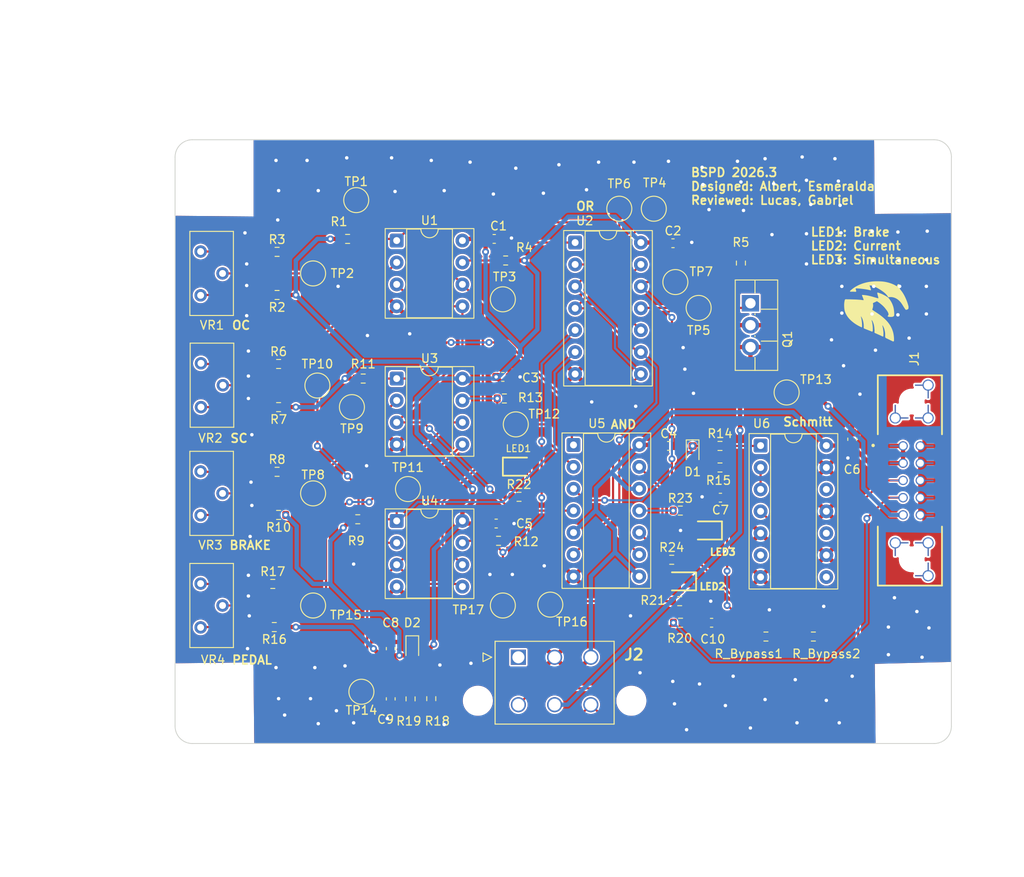
<source format=kicad_pcb>
(kicad_pcb (version 20241229) (generator "pcbnew") (generator_version "9.0")
  (layers (0 "F.Cu" jumper) (2 "B.Cu" signal) (13 "F.Paste" user) (15 "B.Paste" user) (5 "F.SilkS" user "F.Silkscreen") (7 "B.SilkS" user "B.Silkscreen") (1 "F.Mask" user) (3 "B.Mask" user) (25 "Edge.Cuts" user))
  (net 0 "")
  (net 1 "GND")
  (net 2 "Net-(C7-Pad1)")
  (net 3 "Net-(D1-K)")
  (net 4 "Net-(D1-A)")
  (net 5 "BSPD_FAULT")
  (net 6 "FAULT_SENSED")
  (net 7 "+12V")
  (net 8 "BRAKE")
  (net 9 "Net-(VR1-CW)")
  (net 10 "Net-(VR1-CCW)")
  (net 11 "Net-(VR2-CW)")
  (net 12 "Net-(VR2-CCW)")
  (net 13 "Net-(VR3-CW)")
  (net 14 "Net-(VR3-CCW)")
  (net 15 "Net-(VR4-CW)")
  (net 16 "Net-(VR4-CCW)")
  (net 17 "BRAKE_SHORT")
  (net 18 "BRAKE_OPEN")
  (net 19 "BRAKE_APPLIED")
  (net 20 "PEDAL_APPLIED")
  (net 21 "PEDAL_SHORT")
  (net 22 "PEDAL_OPEN")
  (net 23 "BOTH_ON")
  (net 24 "SHORT_CIRCUIT")
  (net 25 "OPEN_CIRCUIT")
  (net 26 "BRAKE_THRESHOLD")
  (net 27 "PEDAL_THRESHOLD")
  (net 28 "BRAKE_ERROR")
  (net 29 "PEDAL_ERROR")
  (net 31 "Net-(U2-Pad10)")
  (net 32 "Net-(U6-Pad2)")
  (net 36 "Net-(R_Bypass2-Pad2)")
  (net 37 "CURRENT")
  (net 39 "C_IN")
  (net 40 "B_IN")
  (net 41 "Net-(LED1-A)")
  (net 42 "Net-(LED2-A)")
  (net 43 "Net-(LED3-A)")
  (net 44 "Net-(R22-Pad1)")
  (net 45 "Net-(R23-Pad1)")
  (net 46 "Net-(R24-Pad1)")
  (footprint "Package_DIP:DIP-8_W7.62mm_Socket" (layer "F.Cu") (at 153.69 69.69)
    (property "Reference" "U3")
    (property "Value" "LM393")
  )
  (footprint "TestPoint:TestPoint_Pad_D2.5mm" (layer "F.Cu") (at 149 49)
    (property "Reference" "TP1")
    (property "Value" "B_SHORT")
  )
  (footprint "TestPoint:TestPoint_Pad_D2.5mm" (layer "F.Cu") (at 171.5 95.9)
    (property "Reference" "TP16")
    (property "Value" "BRAKE")
  )
  (footprint "Resistor_SMD:R_0603_1608Metric" (layer "F.Cu") (at 148 53.5 180)
    (property "Reference" "R1")
    (property "Value" "20k")
  )
  (footprint "Capacitor_SMD:C_0603_1608Metric" (layer "F.Cu") (at 185.725 54)
    (property "Reference" "C2")
    (property "Value" "0.1u")
  )
  (footprint "Resistor_SMD:R_0603_1608Metric" (layer "F.Cu") (at 185.575 90.7)
    (property "Reference" "R24")
    (property "Value" "10k")
  )
  (footprint "Capacitor_SMD:C_0603_1608Metric" (layer "F.Cu") (at 165.225 86.5)
    (property "Reference" "C5")
    (property "Value" "0.1u")
  )
  (footprint "MountingHole:MountingHole_3mm" (layer "F.Cu") (at 133 107)
    (property "Reference" "H3" (hide yes))
    (property "Value" "MH")
  )
  (footprint "TestPoint:TestPoint_Pad_D2.5mm" (layer "F.Cu") (at 183.5 50)
    (property "Reference" "TP4")
    (property "Value" "P_ERROR")
  )
  (footprint "Diode_SMD:D_0603_1608Metric" (layer "F.Cu") (at 155.5 101 -90)
    (property "Reference" "D2")
    (property "Value" "D")
  )
  (footprint "Resistor_SMD:R_0603_1608Metric" (layer "F.Cu") (at 155.3 106.825 -90)
    (property "Reference" "R19")
    (property "Value" "1k")
  )
  (footprint "Resistor_SMD:R_0603_1608Metric" (layer "F.Cu") (at 166.175 72)
    (property "Reference" "R13")
    (property "Value" "20k")
  )
  (footprint "MountingHole:MountingHole_3mm" (layer "F.Cu") (at 213 107)
    (property "Reference" "H4" (hide yes))
    (property "Value" "MH")
  )
  (footprint "Capacitor_SMD:C_0603_1608Metric" (layer "F.Cu") (at 191.225 83.5 180)
    (property "Reference" "C7")
    (property "Value" "3.3u")
  )
  (footprint "Capacitor_SMD:C_0603_1608Metric" (layer "F.Cu") (at 190.2 98)
    (property "Reference" "C10")
    (property "Value" "1n")
  )
  (footprint "Package_DIP:DIP-8_W7.62mm_Socket" (layer "F.Cu") (at 153.69 86.19)
    (property "Reference" "U4")
    (property "Value" "LM393")
  )
  (footprint "SMALL_LED:LEDC2012X105N" (layer "F.Cu") (at 189.6 87.3 180)
    (property "Reference" "LED3")
    (property "Value" "APTD2012LSYCK" (hide yes))
  )
  (footprint "TestPoint:TestPoint_Pad_D2.5mm" (layer "F.Cu") (at 144 57.5)
    (property "Reference" "TP2")
    (property "Value" "OC")
  )
  (footprint "TestPoint:TestPoint_Pad_D2.5mm" (layer "F.Cu") (at 166 60.5)
    (property "Reference" "TP3")
    (property "Value" "B_OPEN")
  )
  (footprint "SMALL_LED:LEDC2012X105N" (layer "F.Cu") (at 186.6 93.2 180)
    (property "Reference" "LED2")
    (property "Value" "APTD2012LSYCK" (hide yes))
  )
  (footprint "Potentiometer_THT:Potentiometer_Bourns_3296Y_Vertical" (layer "F.Cu") (at 130.96 80.46 90)
    (property "Reference" "VR3")
    (property "Value" "3296Y-11-103LF")
  )
  (footprint "Capacitor_SMD:C_0603_1608Metric" (layer "F.Cu") (at 166 69.5)
    (property "Reference" "C3")
    (property "Value" "0.1u")
  )
  (footprint "TestPoint:TestPoint_Pad_D2.5mm" (layer "F.Cu") (at 179.5 50)
    (property "Reference" "TP6")
    (property "Value" "B_ERROR")
  )
  (footprint "39-30:39-30-606Y" (layer "F.Cu") (at 167.8 102 180)
    (property "Reference" "J2")
    (property "Value" "39-30-6068" (hide yes))
  )
  (footprint "MountingHole:MountingHole_3mm" (layer "F.Cu") (at 133 47)
    (property "Reference" "H1" (hide yes))
    (property "Value" "MH")
  )
  (footprint "TestPoint:TestPoint_Pad_D2.5mm" (layer "F.Cu") (at 186 58.5)
    (property "Reference" "TP7")
    (property "Value" "BOTH_ON")
  )
  (footprint "TestPoint:TestPoint_Pad_D2.5mm" (layer "F.Cu") (at 198.9 71.3)
    (property "Reference" "TP13")
    (property "Value" "BSPD_FAULT")
  )
  (footprint "TestPoint:TestPoint_Pad_D2.5mm" (layer "F.Cu") (at 188.7 61.5)
    (property "Reference" "TP5")
    (property "Value" "FAULT_SENSED")
  )
  (footprint "Resistor_SMD:R_0603_1608Metric" (layer "F.Cu") (at 149.81 69.69 180)
    (property "Reference" "R11")
    (property "Value" "20k")
  )
  (footprint "TestPoint:TestPoint_Pad_D2.5mm" (layer "F.Cu") (at 144 96)
    (property "Reference" "TP15")
    (property "Value" "PEDAL_TH")
  )
  (footprint "TestPoint:TestPoint_Pad_D2.5mm" (layer "F.Cu") (at 166 96)
    (property "Reference" "TP17")
    (property "Value" "P_OPEN")
  )
  (footprint "Resistor_SMD:R_0603_1608Metric" (layer "F.Cu") (at 193.6 56.3 -90)
    (property "Reference" "R5")
    (property "Value" "10k")
  )
  (footprint "Resistor_SMD:R_0603_1608Metric" (layer "F.Cu") (at 157.7 106.8 90)
    (property "Reference" "R18")
    (property "Value" "500k")
  )
  (footprint "TestPoint:TestPoint_Pad_D2.5mm" (layer "F.Cu") (at 148.5 73)
    (property "Reference" "TP9")
    (property "Value" "B_APPLIED")
  )
  (footprint "Resistor_SMD:R_0603_1608Metric" (layer "F.Cu") (at 191.175 77.5)
    (property "Reference" "R14")
    (property "Value" "120k")
  )
  (footprint "Potentiometer_THT:Potentiometer_Bourns_3296Y_Vertical" (layer "F.Cu") (at 131 67.92 90)
    (property "Reference" "VR2")
    (property "Value" "3296Y-11-103LF")
  )
  (footprint "Resistor_SMD:R_0603_1608Metric" (layer "F.Cu") (at 139.825 80.5)
    (property "Reference" "R8")
    (property "Value" "10K")
  )
  (footprint "Package_DIP:DIP-14_W7.62mm_Socket" (layer "F.Cu") (at 174.19 77.385)
    (property "Reference" "U5")
    (property "Value" "4081 AND Gate")
  )
  (footprint "MountingHole:MountingHole_3mm" (layer "F.Cu") (at 213 47)
    (property "Reference" "H2" (hide yes))
    (property "Value" "MH")
  )
  (footprint "Potentiometer_THT:Potentiometer_Bourns_3296Y_Vertical" (layer "F.Cu") (at 130.96 54.96 90)
    (property "Reference" "VR1")
    (property "Value" "3296Y-11-103LF")
  )
  (footprint "TestPoint:TestPoint_Pad_D2.5mm" (layer "F.Cu") (at 144 83)
    (property "Reference" "TP8")
    (property "Value" "BRAKE_TH")
  )
  (footprint "Resistor_SMD:R_0603_1608Metric" (layer "F.Cu") (at 196.5 99.6)
    (property "Reference" "R_Bypass1")
    (property "Value" "0")
  )
  (footprint "Package_DIP:DIP-14_W7.62mm_Socket" (layer "F.Cu") (at 195.88 77.46)
    (property "Reference" "U6")
    (property "Value" "40106")
  )
  (footprint "Capacitor_SMD:C_0603_1608Metric" (layer "F.Cu") (at 185.225 77.5)
    (property "Reference" "C4")
    (property "Value" "0.1u")
  )
  (footprint "Resistor_SMD:R_0603_1608Metric" (layer "F.Cu") (at 165.5 88.5)
    (property "Reference" "R12")
    (property "Value" "20k")
  )
  (footprint "Resistor_SMD:R_0603_1608Metric" (layer "F.Cu") (at 191.175 80)
    (property "Reference" "R15")
    (property "Value" "1k")
  )
  (footprint "Potentiometer_THT:Potentiometer_Bourns_3296Y_Vertical" (layer "F.Cu") (at 130.96 93.46 90)
    (property "Reference" "VR4")
    (property "Value" "3296Y-11-103LF")
  )
  (footprint "Resistor_SMD:R_0603_1608Metric" (layer "F.Cu") (at 140 68)
    (property "Reference" "R6")
    (property "Value" "10K")
  )
  (footprint "Resistor_SMD:R_0603_1608Metric" (layer "F.Cu") (at 186.575 85)
    (property "Reference" "R23")
    (property "Value" "10k")
  )
  (footprint "Resistor_SMD:R_0603_1608Metric" (layer "F.Cu") (at 139.5 98.5 180)
    (property "Reference" "R16")
    (property "Value" "10K")
  )
  (footprint "Capacitor_SMD:C_0603_1608Metric" (layer "F.Cu") (at 153 101 90)
    (property "Reference" "C8")
    (property "Value" "10u")
  )
  (footprint "T2M_105:SAMTEC_T2M-105-01-X-D-TH-DS" (layer "F.Cu") (at 213.4 81.5 -90)
    (property "Reference" "J1")
    (property "Value" "T2M-105-01-X-D-TH-DS")
  )
  (footprint "Resistor_SMD:R_0603_1608Metric" (layer "F.Cu") (at 139.325 93.5)
    (property "Reference" "R17")
    (property "Value" "10K")
  )
  (footprint "Resistor_SMD:R_0603_1608Metric" (layer "F.Cu") (at 202 99.6)
    (property "Reference" "R_Bypass2")
    (property "Value" "0")
  )
  (footprint "Package_TO_SOT_THT:TO-220F-3_Vertical" (layer "F.Cu") (at 194.705 60.96 -90)
    (property "Reference" "Q1")
    (property "Value" "IRLIZ44N NMOS")
  )
  (footprint "Resistor_SMD:R_0603_1608Metric" (layer "F.Cu") (at 140 73 180)
    (property "Reference" "R7")
    (property "Value" "10K")
  )
  (footprint "TestPoint:TestPoint_Pad_D2.5mm" (layer "F.Cu") (at 149.6 106 180)
    (property "Reference" "TP14")
    (property "Value" "PEDAL")
  )
  (footprint "Resistor_SMD:R_0603_1608Metric" (layer "F.Cu") (at 166.325 56)
    (property "Reference" "R4")
    (property "Value" "20k")
  )
  (footprint "Package_DIP:DIP-8_W7.62mm_Socket" (layer "F.Cu") (at 153.69 53.69)
    (property "Reference" "U1")
    (property "Value" "LM393")
  )
  (footprint "Diode_SMD:D_0603_1608Metric" (layer "F.Cu") (at 188 78.2875 -90)
    (property "Reference" "D1")
    (property "Value" "D")
  )
  (footprint "SMALL_LED:LEDC2012X105N" (layer "F.Cu") (at 167.8 79.9)
    (property "Reference" "LED1")
    (property "Value" "APTD2012LSYCK" (hide yes))
  )
  (footprint "Package_DIP:DIP-14_W7.62mm_Socket" (layer "F.Cu") (at 174.38 53.92)
    (property "Reference" "U2")
    (property "Value" "4071 4 Channel 2 Input OR gate")
  )
  (footprint "Resistor_SMD:R_0603_1608Metric" (layer "F.Cu") (at 139.825 60 180)
    (property "Reference" "R2")
    (property "Value" "10K")
  )
  (footprint "Resistor_SMD:R_0603_1608Metric" (layer "F.Cu") (at 186.6 98 180)
    (property "Reference" "R20")
    (property "Value" "1k")
  )
  (footprint "TestPoint:TestPoint_Pad_D2.5mm" (layer "F.Cu") (at 144.5 70.5)
    (property "Reference" "TP10")
    (property "Value" "SC")
  )
  (footprint "TestPoint:TestPoint_Pad_D2.5mm" (layer "F.Cu") (at 167.5 75)
    (property "Reference" "TP12")
    (property "Value" "P_APPLIED")
  )
  (footprint "Resistor_SMD:R_0603_1608Metric" (layer "F.Cu") (at 149.175 86 180)
    (property "Reference" "R9")
    (property "Value" "20k")
  )
  (footprint "Capacitor_SMD:C_0603_1608Metric" (layer "F.Cu") (at 153 106.825 -90)
    (property "Reference" "C9")
    (property "Value" "1n")
  )
  (footprint "Resistor_SMD:R_0603_1608Metric" (layer "F.Cu") (at 140 85.5 180)
    (property "Reference" "R10")
    (property "Value" "10K")
  )
  (footprint "Resistor_SMD:R_0603_1608Metric" (layer "F.Cu") (at 139.825 55)
    (property "Reference" "R3")
    (property "Value" "10K")
  )
  (footprint "TestPoint:TestPoint_Pad_D2.5mm" (layer "F.Cu") (at 155 82.5)
    (property "Reference" "TP11")
    (property "Value" "P_SHORT")
  )
  (footprint "Capacitor_SMD:C_0603_1608Metric" (layer "F.Cu") (at 206.5 76.725 90)
    (property "Reference" "C6")
    (property "Value" "0.1u")
  )
  (footprint "Resistor_SMD:R_0603_1608Metric" (layer "F.Cu") (at 186.5 95.5 180)
    (property "Reference" "R21")
    (property "Value" "500k")
  )
  (footprint "Capacitor_SMD:C_0603_1608Metric" (layer "F.Cu") (at 165 53.5)
    (property "Reference" "C1")
    (property "Value" "0.1u")
  )
  (footprint "Resistor_SMD:R_0603_1608Metric" (layer "F.Cu") (at 167.875 83.4)
    (property "Reference" "R22")
    (property "Value" "10k")
  )
  (gr_poly (pts (xy 209.561152 58.414428) (xy 209.689521 58.418264) (xy 209.817727 58.423542) (xy 209.95996 58.432632) (xy 210.101639 58.446807) (xy 210.242683 58.466058) (xy 210.383011 58.490377) (xy 210.522542 58.519753) (xy 210.661193 58.554179) (xy 210.798884 58.593646) (xy 210.935533 58.638145) (xy 211.032519 58.672683) (xy 211.128431 58.709211) (xy 211.223098 58.748101) (xy 211.316352 58.789725) (xy 211.408023 58.834453) (xy 211.453212 58.858098) (xy 211.497942 58.882659) (xy 211.542192 58.908182) (xy 211.58594 58.934713) (xy 211.629166 58.9623) (xy 211.671848 58.990988) (xy 211.674606 58.988585) (xy 211.67718 58.986136) (xy 211.67958 58.983643) (xy 211.681812 58.981109) (xy 211.683886 58.978535) (xy 211.685809 58.975925) (xy 211.687589 58.973282) (xy 211.689234 58.970607) (xy 211.69215 58.965173) (xy 211.694622 58.959644) (xy 211.696714 58.954041) (xy 211.698488 58.948384) (xy 211.700008 58.942693) (xy 211.701339 58.936989) (xy 211.703687 58.925621) (xy 211.70604 58.914444) (xy 211.707378 58.908978) (xy 211.708909 58.90362) (xy 211.713274 58.890129) (xy 211.717963 58.87686) (xy 211.723054 58.863843) (xy 211.725773 58.857438) (xy 211.728623 58.851109) (xy 211.731612 58.844857) (xy 211.73475 58.838688) (xy 211.738046 58.832605) (xy 211.741511 58.826612) (xy 211.745155 58.820712) (xy 211.748986 58.81491) (xy 211.753015 58.809209) (xy 211.757252 58.803613) (xy 211.769934 58.787857) (xy 211.776474 58.780233) (xy 211.78319 58.772896) (xy 211.790115 58.765932) (xy 211.79728 58.759429) (xy 211.804717 58.753473) (xy 211.808549 58.750728) (xy 211.81246 58.748152) (xy 211.816456 58.745757) (xy 211.82054 58.743554) (xy 211.824716 58.741552) (xy 211.828989 58.739764) (xy 211.833363 58.7382) (xy 211.83784 58.736871) (xy 211.842427 58.735788) (xy 211.847126 58.734961) (xy 211.851941 58.734402) (xy 211.856877 58.734122) (xy 211.861938 58.734131) (xy 211.867127 58.734441) (xy 211.872449 58.735062) (xy 211.877907 58.736005) (xy 211.883507 58.737281) (xy 211.889251 58.738901) (xy 211.894934 58.740778) (xy 211.900396 58.742829) (xy 211.905642 58.745051) (xy 211.910678 58.747439) (xy 211.915507 58.749992) (xy 211.920136 58.752704) (xy 211.924567 58.755573) (xy 211.928807 58.758596) (xy 211.93286 58.761767) (xy 211.936731 58.765085) (xy 211.940424 58.768546) (xy 211.943945 58.772145) (xy 211.947298 58.77588) (xy 211.950487 58.779747) (xy 211.953519 58.783742) (xy 211.956397 58.787862) (xy 211.959126 58.792104) (xy 211.961711 58.796463) (xy 211.964157 58.800937) (xy 211.966468 58.805522) (xy 211.970707 58.81501) (xy 211.974465 58.824899) (xy 211.977781 58.835162) (xy 211.980693 58.845769) (xy 211.983239 58.856693) (xy 211.985458 58.867906) (xy 211.990025 58.894971) (xy 211.993823 58.922105) (xy 211.996766 58.949271) (xy 211.998768 58.976435) (xy 211.999741 59.003559) (xy 211.999601 59.030609) (xy 211.999086 59.044095) (xy 211.99826 59.057548) (xy 211.997113 59.070965) (xy 211.995634 59.08434) (xy 211.993369 59.109185) (xy 211.992759 59.133284) (xy 211.993733 59.156682) (xy 211.99622 59.179424) (xy 212.000149 59.201557) (xy 212.005447 59.223125) (xy 212.012046 59.244175) (xy 212.019872 59.26475) (xy 212.028855 59.284898) (xy 212.038923 59.304664) (xy 212.050006 59.324092) (xy 212.062032 59.343229) (xy 212.074931 59.36212) (xy 212.08863 59.380811) (xy 212.103059 59.399346) (xy 212.118146 59.417772) (xy 212.162471 59.471855) (xy 212.205562 59.526708) (xy 212.247446 59.582312) (xy 212.28815 59.63865) (xy 212.327701 59.695701) (xy 212.366124 59.753449) (xy 212.403447 59.811873) (xy 212.439696 59.870956) (xy 212.509078 59.991022) (xy 212.574484 60.113499) (xy 212.636126 60.238237) (xy 212.694217 60.365088) (xy 212.742844 60.477637) (xy 212.789595 60.590863) (xy 212.834269 60.704834) (xy 212.87666 60.819615) (xy 212.916567 60.935275) (xy 212.953784 61.051879) (xy 212.988109 61.169494) (xy 213.019338 61.288188) (xy 213.022999 61.304475) (xy 213.025942 61.320803) (xy 213.028232 61.337166) (xy 213.02993 61.35356) (xy 213.031099 61.369981) (xy 213.031802 61.386425) (xy 213.032059 61.419363) (xy 213.031199 61.45234) (xy 213.029725 61.485321) (xy 213.028135 61.518273) (xy 213.02693 61.551161) (xy 213.026772 61.554397) (xy 213.026467 61.557602) (xy 213.026021 61.560775) (xy 213.025436 61.563916) (xy 213.02472 61.567025) (xy 213.023874 61.570102) (xy 213.021818 61.576156) (xy 213.019302 61.582078) (xy 213.016364 61.587864) (xy 213.013039 61.593514) (xy 213.009365 61.599025) (xy 213.005376 61.604394) (xy 213.001111 61.609621) (xy 212.996604 61.614702) (xy 212.991892 61.619636) (xy 212.987011 61.624421) (xy 212.981998 61.629055) (xy 212.976889 61.633535) (xy 212.97172 61.63786) (xy 212.960367 61.646708) (xy 212.948738 61.654918) (xy 212.936849 61.662518) (xy 212.924715 61.669539) (xy 212.912352 61.67601) (xy 212.899776 61.681959) (xy 212.887002 61.687418) (xy 212.874047 61.692414) (xy 212.860925 61.696978) (xy 212.847653 61.701139) (xy 212.834247 61.704927) (xy 212.820721 61.70837) (xy 212.807092 61.711498) (xy 212.793376 61.714341) (xy 212.765744 61.719289) (xy 212.760113 61.720043) (xy 212.754652 61.720452) (xy 212.749356 61.720532) (xy 212.744219 61.720294) (xy 212.739237 61.719752) (xy 212.734405 61.718921) (xy 212.729719 61.717813) (xy 212.725173 61.716442) (xy 212.720762 61.714821) (xy 212.716483 61.712965) (xy 212.712329 61.710886) (xy 212.708297 61.708598) (xy 212.70438 61.706115) (xy 212.700576 61.70345) (xy 212.696877 61.700617) (xy 212.693281 61.697629) (xy 212.686374 61.691243) (xy 212.679816 61.684401) (xy 212.673569 61.67721) (xy 212.667593 61.669779) (xy 212.656302 61.654629) (xy 212.645634 61.639817) (xy 212.596545 61.570625) (xy 212.549024 61.500395) (xy 212.502728 61.429355) (xy 212.457312 61.357729) (xy 212.277584 61.069927) (xy 212.244995 61.020121) (xy 212.211474 60.971271) (xy 212.176969 60.923426) (xy 212.141425 60.876637) (xy 212.104787 60.830954) (xy 212.067002 60.786428) (xy 212.028016 60.743109) (xy 211.987775 60.701047) (xy 211.946224 60.660294) (xy 211.90331 60.620899) (xy 211.858978 60.582913) (xy 211.813175 60.546386) (xy 211.765846 60.511369) (xy 211.716938 60.477912) (xy 211.666396 60.446066) (xy 211.614166 60.415881) (xy 211.57265 60.393739) (xy 211.530822 60.373034) (xy 211.488673 60.353776) (xy 211.446198 60.335975) (xy 211.40339 60.319642) (xy 211.360242 60.304789) (xy 211.316748 60.291425) (xy 211.272901 60.279561) (xy 211.228695 60.269209) (xy 211.184122 60.260378) (xy 211.139176 60.25308) (xy 211.09385 60.247325) (xy 211.048139 60.243124) (xy 211.002034 60.240487) (xy 210.955531 60.239426) (xy 210.908621 60.239951) (xy 210.888924 60.240648) (xy 210.869166 60.241682) (xy 210.849399 60.243123) (xy 210.829673 60.24504) (xy 210.81004 60.247504) (xy 210.790552 60.250582) (xy 210.771259 60.254345) (xy 210.752213 60.258862) (xy 210.744079 60.260769) (xy 210.736333 60.262152) (xy 210.728956 60.263004) (xy 210.721931 60.263319) (xy 210.715242 60.263091) (xy 210.712017 60.262771) (xy 210.708869 60.262313) (xy 210.705797 60.261716) (xy 210.702797 60.260979) (xy 210.699867 60.260101) (xy 210.697006 60.259083) (xy 210.694212 60.257922) (xy 210.691481 60.256618) (xy 210.688812 60.25517) (xy 210.686203 60.253578) (xy 210.683651 60.251841) (xy 210.681155 60.249957) (xy 210.678712 60.247927) (xy 210.67632 60.245749) (xy 210.671679 60.240947) (xy 210.667217 60.235545) (xy 210.662914 60.229536) (xy 210.658754 60.222915) (xy 210.621214 60.162474) (xy 210.581498 60.104321) (xy 210.539722 60.048333) (xy 210.496002 59.994384) (xy 210.450456 59.942347) (xy 210.4032 59.892099) (xy 210.35435 59.843512) (xy 210.304024 59.796462) (xy 210.252339 59.750824) (xy 210.19941 59.706471) (xy 210.145355 59.663279) (xy 210.090291 59.621123) (xy 209.9776 59.539412) (xy 209.862271 59.460337) (xy 209.773896 59.402244) (xy 209.684521 59.345973) (xy 209.594129 59.291569) (xy 209.502706 59.239078) (xy 209.410238 59.188547) (xy 209.31671 59.140019) (xy 209.222108 59.09354) (xy 209.126417 59.049157) (xy 209.055433 59.018695) (xy 208.98348 58.990847) (xy 208.910547 58.965714) (xy 208.836623 58.943395) (xy 208.799287 58.933322) (xy 208.761698 58.923991) (xy 208.723857 58.915413) (xy 208.685762 58.907602) (xy 208.647411 58.90057) (xy 208.608802 58.89433) (xy 208.569936 58.888893) (xy 208.53081 58.884274) (xy 208.52911 58.887593) (xy 208.527634 58.890877) (xy 208.526372 58.894128) (xy 208.525316 58.897346) (xy 208.524456 58.900533) (xy 208.523784 58.903689) (xy 208.52329 58.906816) (xy 208.522965 58.909914) (xy 208.5228 58.912985) (xy 208.522786 58.91603) (xy 208.522915 58.919049) (xy 208.523176 58.922045) (xy 208.52406 58.927967) (xy 208.525367 58.933805) (xy 208.527023 58.939567) (xy 208.528956 58.945263) (xy 208.531093 58.950899) (xy 208.533362 58.956485) (xy 208.538003 58.967538) (xy 208.54023 58.973023) (xy 208.542297 58.978492) (xy 208.576221 59.073083) (xy 208.609238 59.16797) (xy 208.625044 59.215638) (xy 208.640189 59.263518) (xy 208.654528 59.311654) (xy 208.667917 59.360093) (xy 208.671674 59.375634) (xy 208.674306 59.389708) (xy 208.675192 59.396203) (xy 208.675787 59.402342) (xy 208.676088 59.408127) (xy 208.676092 59.413562) (xy 208.675794 59.418652) (xy 208.675192 59.423398) (xy 208.674283 59.427805) (xy 208.673063 59.431875) (xy 208.671529 59.435613) (xy 208.669678 59.439022) (xy 208.667505 59.442105) (xy 208.665009 59.444866) (xy 208.662186 59.447308) (xy 208.659032 59.449434) (xy 208.655545 59.451248) (xy 208.65172 59.452753) (xy 208.647554 59.453954) (xy 208.643045 59.454852) (xy 208.638189 59.455452) (xy 208.632983 59.455757) (xy 208.627423 59.455771) (xy 208.621506 59.455496) (xy 208.615229 59.454937) (xy 208.608589 59.454096) (xy 208.594204 59.451585) (xy 208.578326 59.44799) (xy 208.480004 59.424431) (xy 208.381367 59.402467) (xy 208.282432 59.382087) (xy 208.183219 59.363281) (xy 208.083749 59.346038) (xy 207.984041 59.330348) (xy 207.884114 59.316199) (xy 207.783988 59.303582) (xy 207.484011 59.26741) (xy 207.408816 59.259676) (xy 207.333479 59.253201) (xy 207.257967 59.248352) (xy 207.182249 59.245498) (xy 206.998662 59.232924) (xy 206.985191 59.232914) (xy 206.978875 59.233195) (xy 206.972837 59.23367) (xy 206.967077 59.234341) (xy 206.961594 59.235211) (xy 206.956389 59.236281) (xy 206.95146 59.237554) (xy 206.946808 59.239033) (xy 206.942431 59.240719) (xy 206.938328 59.242615) (xy 206.9345 59.244724) (xy 206.930947 59.247046) (xy 206.927666 59.249586) (xy 206.924659 59.252344) (xy 206.921924 59.255324) (xy 206.91946 59.258527) (xy 206.917269 59.261956) (xy 206.915348 59.265613) (xy 206.913697 59.269501) (xy 206.912316 59.273621) (xy 206.911205 59.277976) (xy 206.910362 59.282569) (xy 206.909787 59.287401) (xy 206.909481 59.292475) (xy 206.909441 59.297793) (xy 206.909669 59.303357) (xy 206.910162 59.30917) (xy 206.910922 59.315234) (xy 206.911946 59.321551) (xy 206.913235 59.328124) (xy 206.914788 59.334955) (xy 206.962565 59.519744) (xy 206.9654 59.533414) (xy 206.966424 59.539906) (xy 206.967186 59.54617) (xy 206.967684 59.552205) (xy 206.967917 59.558013) (xy 206.967884 59.563593) (xy 206.967586 59.568947) (xy 206.96702 59.574074) (xy 206.966187 59.578975) (xy 206.965084 59.583651) (xy 206.963712 59.588101) (xy 206.96207 59.592325) (xy 206.960157 59.596326) (xy 206.957971 59.600102) (xy 206.955513 59.603654) (xy 206.952781 59.606983) (xy 206.949774 59.610088) (xy 206.946492 59.612971) (xy 206.942934 59.615632) (xy 206.939099 59.61807) (xy 206.934987 59.620287) (xy 206.930595 59.622283) (xy 206.925924 59.624058) (xy 206.920973 59.625612) (xy 206.915741 59.626947) (xy 206.910227 59.628061) (xy 206.904431 59.628956) (xy 206.89835 59.629633) (xy 206.891986 59.63009) (xy 206.885336 59.63033) (xy 206.8784 59.630351) (xy 206.835612 59.629058) (xy 206.792786 59.626594) (xy 206.706629 59.620308) (xy 206.663105 59.617564) (xy 206.619154 59.615805) (xy 206.57468 59.615571) (xy 206.552216 59.616194) (xy 206.529584 59.6174) (xy 206.424594 59.618063) (xy 206.374291 59.617858) (xy 206.349432 59.617312) (xy 206.32467 59.616353) (xy 206.312451 59.615693) (xy 206.306156 59.615221) (xy 206.299817 59.61459) (xy 206.293492 59.613747) (xy 206.287239 59.612644) (xy 206.281119 59.611229) (xy 206.275189 59.609454) (xy 206.269509 59.607268) (xy 206.26678 59.606005) (xy 206.264137 59.60462) (xy 206.261585 59.603108) (xy 206.259132 59.601461) (xy 206.256786 59.599674) (xy 206.254554 59.597741) (xy 206.252443 59.595655) (xy 206.250461 59.59341) (xy 206.248614 59.590999) (xy 206.246911 59.588416) (xy 206.245359 59.585656) (xy 206.243965 59.582712) (xy 206.242736 59.579577) (xy 206.24168 59.576246) (xy 206.240946 59.573274) (xy 206.240429 59.570353) (xy 206.24012 59.567481) (xy 206.240011 59.564657) (xy 206.240094 59.561879) (xy 206.240361 59.559147) (xy 206.240803 59.556458) (xy 206.241412 59.553812) (xy 206.24218 59.551208) (xy 206.243099 59.548644) (xy 206.24416 59.546119) (xy 206.245355 59.543631) (xy 206.246676 59.541179) (xy 206.248114 59.538763) (xy 206.251311 59.534031) (xy 206.25488 59.529423) (xy 206.258754 59.52493) (xy 206.262867 59.520541) (xy 206.267154 59.516246) (xy 206.275984 59.507899) (xy 206.284717 59.499806) (xy 206.329387 59.458555) (xy 206.374659 59.418168) (xy 206.420534 59.378641) (xy 206.467011 59.33997) (xy 206.514089 59.302152) (xy 206.561769 59.265183) (xy 206.61005 59.229058) (xy 206.658931 59.193774) (xy 206.708412 59.159328) (xy 206.758492 59.125714) (xy 206.809172 59.092929) (xy 206.86045 59.06097) (xy 206.912327 59.029833) (xy 206.964801 58.999513) (xy 207.071542 58.941311) (xy 207.17602 58.888332) (xy 207.281643 58.838323) (xy 207.388399 58.791263) (xy 207.496273 58.747134) (xy 207.605253 58.705916) (xy 207.715326 58.66759) (xy 207.826478 58.632137) (xy 207.938696 58.599538) (xy 208.043369 58.571874) (xy 208.148491 58.546599) (xy 208.254072 58.523637) (xy 208.360117 58.502909) (xy 208.466635 58.484338) (xy 208.573632 58.467846) (xy 208.681116 58.453357) (xy 208.789094 58.440791) (xy 208.917849 58.428815) (xy 209.04661 58.420326) (xy 209.175349 58.414984) (xy 209.304038 58.412447) (xy 209.432648 58.412376)) (fill yes) (layer "F.SilkS"))
  (gr_poly (pts (xy 209.457172 59.715525) (xy 209.461071 59.715938) (xy 209.465135 59.716564) (xy 209.469366 59.717402) (xy 209.473765 59.718453) (xy 209.478335 59.719718) (xy 209.483076 59.721197) (xy 209.631461 59.770294) (xy 209.705356 59.795595) (xy 209.778886 59.821869) (xy 209.851923 59.84947) (xy 209.924341 59.87875) (xy 209.996014 59.910062) (xy 210.066816 59.943761) (xy 210.141221 59.981154) (xy 210.215196 60.019286) (xy 210.288562 60.058438) (xy 210.361142 60.098893) (xy 210.432758 60.140933) (xy 210.503232 60.184841) (xy 210.572386 60.230899) (xy 210.640043 60.27939) (xy 210.657235 60.292835) (xy 210.673732 60.30697) (xy 210.689593 60.321735) (xy 210.704874 60.337072) (xy 210.719632 60.352921) (xy 210.733924 60.369223) (xy 210.747809 60.385918) (xy 210.761341 60.402947) (xy 210.787582 60.437771) (xy 210.813103 60.47322) (xy 210.838361 60.50882) (xy 210.863814 60.544097) (xy 210.894581 60.586895) (xy 210.924349 60.630225) (xy 210.953128 60.674077) (xy 210.98093 60.718443) (xy 211.007764 60.763312) (xy 211.03364 60.808675) (xy 211.05857 60.854523) (xy 211.082564 60.900845) (xy 211.105631 60.947634) (xy 211.127783 60.994878) (xy 211.14903 61.042569) (xy 211.169383 61.090696) (xy 211.188851 61.139251) (xy 211.207445 61.188225) (xy 211.242054 61.287387) (xy 211.262536 61.353229) (xy 211.280871 61.419586) (xy 211.297167 61.48643) (xy 211.311531 61.553739) (xy 211.324072 61.621485) (xy 211.334896 61.689645) (xy 211.344113 61.758192) (xy 211.351829 61.827103) (xy 211.361251 61.921734) (xy 211.36555 61.96902) (xy 211.369324 62.016311) (xy 211.372387 62.063626) (xy 211.374552 62.110985) (xy 211.375632 62.158405) (xy 211.37544 62.205907) (xy 211.374863 62.228087) (xy 211.37395 62.250286) (xy 211.372684 62.272485) (xy 211.371045 62.294665) (xy 211.369015 62.316807) (xy 211.366576 62.338891) (xy 211.36371 62.360897) (xy 211.360398 62.382806) (xy 211.359218 62.389105) (xy 211.357733 62.395313) (xy 211.355941 62.401421) (xy 211.353842 62.407421) (xy 211.351432 62.413303) (xy 211.348713 62.419058) (xy 211.345681 62.424677) (xy 211.342336 62.430151) (xy 211.338676 62.43547) (xy 211.3347 62.440626) (xy 211.330406 62.445609) (xy 211.325794 62.45041) (xy 211.320862 62.45502) (xy 211.315608 62.45943) (xy 211.310032 62.463631) (xy 211.304131 62.467613) (xy 211.289781 62.476486) (xy 211.275303 62.484854) (xy 211.260692 62.492704) (xy 211.24594 62.500022) (xy 211.231039 62.506795) (xy 211.215982 62.513008) (xy 211.200763 62.518648) (xy 211.185373 62.523702) (xy 211.169807 62.528156) (xy 211.154055 62.531996) (xy 211.138111 62.535209) (xy 211.121969 62.537782) (xy 211.10562 62.539699) (xy 211.089057 62.540949) (xy 211.072273 62.541517) (xy 211.055261 62.541389) (xy 210.867797 62.540384) (xy 210.844438 62.539354) (xy 210.821119 62.537753) (xy 210.797848 62.535469) (xy 210.774633 62.532392) (xy 210.751479 62.52841) (xy 210.728396 62.523412) (xy 210.705389 62.517288) (xy 210.682466 62.509925) (xy 210.668147 62.504671) (xy 210.655449 62.499473) (xy 210.644369 62.494267) (xy 210.639436 62.49164) (xy 210.634907 62.488987) (xy 210.630783 62.4863) (xy 210.627062 62.483571) (xy 210.623744 62.480791) (xy 210.62083 62.477953) (xy 210.61832 62.475049) (xy 210.616212 62.47207) (xy 210.614508 62.469009) (xy 210.613206 62.465858) (xy 210.612306 62.462608) (xy 210.611809 62.459252) (xy 210.611715 62.455781) (xy 210.612022 62.452188) (xy 210.612731 62.448464) (xy 210.613842 62.444602) (xy 210.615354 62.440593) (xy 210.617267 62.436429) (xy 210.619582 62.432103) (xy 210.622297 62.427607) (xy 210.625413 62.422931) (xy 210.62893 62.418069) (xy 210.632847 62.413013) (xy 210.637164 62.407753) (xy 210.646998 62.396594) (xy 210.653821 62.388893) (xy 210.660208 62.381158) (xy 210.666167 62.373389) (xy 210.671707 62.365584) (xy 210.676837 62.357741) (xy 210.681564 62.349861) (xy 210.685897 62.341942) (xy 210.689845 62.333982) (xy 210.693416 62.32598) (xy 210.696617 62.317936) (xy 210.699459 62.309848) (xy 210.701948 62.301715) (xy 210.705904 62.28531) (xy 210.708553 62.268711) (xy 210.709961 62.25191) (xy 210.710196 62.234897) (xy 210.709324 62.217663) (xy 210.707413 62.2002) (xy 210.704529 62.182497) (xy 210.70074 62.164547) (xy 210.696113 62.146339) (xy 210.690714 62.127866) (xy 210.678422 62.091238) (xy 210.664614 62.055566) (xy 210.649407 62.020774) (xy 210.632917 61.986789) (xy 210.615261 61.953538) (xy 210.596555 61.920947) (xy 210.576918 61.888942) (xy 210.556464 61.857449) (xy 210.513575 61.795708) (xy 210.468823 61.735134) (xy 210.377462 61.615131) (xy 210.32787 61.551169) (xy 210.276627 61.48871) (xy 210.223757 61.42775) (xy 210.16928 61.368286) (xy 210.113219 61.310317) (xy 210.055594 61.253838) (xy 209.996428 61.198848) (xy 209.935741 61.145344) (xy 209.870643 61.089903) (xy 209.804975 61.035195) (xy 209.738542 60.98149) (xy 209.671143 60.92906) (xy 209.602583 60.878174) (xy 209.532663 60.829104) (xy 209.461185 60.782119) (xy 209.4248 60.759493) (xy 209.387952 60.737491) (xy 209.381768 60.73393) (xy 209.37874 60.732273) (xy 209.375745 60.730731) (xy 209.372776 60.729331) (xy 209.369825 60.728097) (xy 209.366887 60.727055) (xy 209.363952 60.726231) (xy 209.362485 60.725909) (xy 209.361015 60.72565) (xy 209.359543 60.725459) (xy 209.358068 60.725338) (xy 209.356588 60.72529) (xy 209.355103 60.725319) (xy 209.353613 60.725428) (xy 209.352115 60.72562) (xy 209.350609 60.725898) (xy 209.349094 60.726266) (xy 209.34757 60.726726) (xy 209.346035 60.727282) (xy 209.344489 60.727937) (xy 209.34293 60.728694) (xy 209.341358 60.729556) (xy 209.339771 60.730527) (xy 209.315921 60.745279) (xy 209.291654 60.759189) (xy 209.267026 60.772371) (xy 209.242093 60.784938) (xy 209.191538 60.808684) (xy 209.14044 60.831339) (xy 209.089249 60.853812) (xy 209.038416 60.877016) (xy 209.013274 60.889176) (xy 208.988391 60.90186) (xy 208.963822 60.915183) (xy 208.939624 60.929256) (xy 208.934515 60.932471) (xy 208.929752 60.935752) (xy 208.925346 60.939119) (xy 208.921309 60.942589) (xy 208.919432 60.944369) (xy 208.917651 60.946182) (xy 208.915968 60.94803) (xy 208.914384 60.949915) (xy 208.912901 60.95184) (xy 208.911519 60.953807) (xy 208.910241 60.955819) (xy 208.909068 60.957877) (xy 208.908001 60.959985) (xy 208.907041 60.962143) (xy 208.906191 60.964355) (xy 208.90545 60.966623) (xy 208.904822 60.96895) (xy 208.904306 60.971337) (xy 208.903906 60.973786) (xy 208.903621 60.976301) (xy 208.903453 60.978883) (xy 208.903405 60.981535) (xy 208.903476 60.984259) (xy 208.90367 60.987057) (xy 208.903986 60.989932) (xy 208.904427 60.992885) (xy 208.904993 60.99592) (xy 208.905687 60.999039) (xy 208.914329 61.039308) (xy 208.920961 61.079401) (xy 208.925664 61.119323) (xy 208.928523 61.159081) (xy 208.929619 61.198684) (xy 208.929035 61.238137) (xy 208.926855 61.277448) (xy 208.923162 61.316624) (xy 208.918038 61.355671) (xy 208.911566 61.394596) (xy 208.903828 61.433407) (xy 208.894909 61.47211) (xy 208.884891 61.510713) (xy 208.873857 61.549221) (xy 208.849071 61.625986) (xy 208.843858 61.641193) (xy 208.839463 61.654513) (xy 208.835961 61.666165) (xy 208.833422 61.676369) (xy 208.832537 61.680997) (xy 208.83192 61.685346) (xy 208.83158 61.689443) (xy 208.831527 61.693315) (xy 208.83177 61.696991) (xy 208.832317 61.700497) (xy 208.833178 61.703862) (xy 208.834362 61.707113) (xy 208.835878 61.710277) (xy 208.837735 61.713381) (xy 208.839942 61.716454) (xy 208.842508 61.719523) (xy 208.845443 61.722615) (xy 208.848754 61.725758) (xy 208.852453 61.72898) (xy 208.856547 61.732307) (xy 208.865958 61.73939) (xy 208.877061 61.747226) (xy 208.904632 61.766042) (xy 209.083543 61.885636) (xy 209.263604 62.003485) (xy 209.443187 62.122105) (xy 209.532288 62.18249) (xy 209.620658 62.24401) (xy 209.725036 62.319275) (xy 209.827802 62.396384) (xy 209.928885 62.475433) (xy 210.028208 62.556517) (xy 210.125699 62.639728) (xy 210.221282 62.725163) (xy 210.314884 62.812914) (xy 210.406431 62.903076) (xy 210.456346 62.954437) (xy 210.505177 63.006617) (xy 210.552903 63.059624) (xy 210.599504 63.113463) (xy 210.644959 63.168143) (xy 210.689246 63.22367) (xy 210.732345 63.280051) (xy 210.774236 63.337294) (xy 210.814896 63.395406) (xy 210.854306 63.454393) (xy 210.892444 63.514264) (xy 210.929289 63.575024) (xy 210.964821 63.636681) (xy 210.999018 63.699243) (xy 211.031861 63.762716) (xy 211.063327 63.827107) (xy 211.106239 63.921714) (xy 211.14576 64.017604) (xy 211.181793 64.114721) (xy 211.214242 64.21301) (xy 211.243009 64.312415) (xy 211.267999 64.41288) (xy 211.289116 64.514351) (xy 211.306262 64.616772) (xy 211.316989 64.692394) (xy 211.326771 64.768298) (xy 211.335323 64.844545) (xy 211.342358 64.921195) (xy 211.34759 64.99831) (xy 211.350733 65.075951) (xy 211.351501 65.154179) (xy 211.349608 65.233055) (xy 211.349665 65.248495) (xy 211.349646 65.254145) (xy 211.34959 65.256708) (xy 211.34949 65.259196) (xy 211.347816 65.280877) (xy 211.346583 65.290968) (xy 211.345083 65.300557) (xy 211.343313 65.309647) (xy 211.341269 65.318236) (xy 211.33895 65.326324) (xy 211.336353 65.333912) (xy 211.333475 65.340999) (xy 211.330312 65.347585) (xy 211.326864 65.353671) (xy 211.323126 65.359255) (xy 211.319096 65.36434) (xy 211.314771 65.368923) (xy 211.310149 65.373005) (xy 211.305227 65.376586) (xy 211.300003 65.379666) (xy 211.294472 65.382245) (xy 211.288634 65.384323) (xy 211.282484 65.3859) (xy 211.276021 65.386976) (xy 211.269241 65.38755) (xy 211.262143 65.387624) (xy 211.254722 65.387195) (xy 211.246977 65.386266) (xy 211.238905 65.384835) (xy 211.230502 65.382902) (xy 211.221768 65.380468) (xy 211.212697 65.377532) (xy 211.203289 65.374095) (xy 211.193539 65.370156) (xy 211.183447 65.365715) (xy 211.052272 65.304464) (xy 210.921808 65.241658) (xy 210.661378 65.114951) (xy 210.557647 65.064642) (xy 210.505547 65.04001) (xy 210.479346 65.028044) (xy 210.453008 65.016394) (xy 210.436464 65.008676) (xy 210.421002 65.000349) (xy 210.413678 64.995952) (xy 210.406627 64.991396) (xy 210.399848 64.98668) (xy 210.393343 64.981802) (xy 210.387113 64.976758) (xy 210.381157 64.971549) (xy 210.375477 64.96617) (xy 210.370073 64.960621) (xy 210.364946 64.954898) (xy 210.360097 64.949001) (xy 210.355526 64.942927) (xy 210.351233 64.936674) (xy 210.34722 64.930239) (xy 210.343487 64.923622) (xy 210.340035 64.916819) (xy 210.336864 64.909829) (xy 210.333975 64.902649) (xy 210.331369 64.895278) (xy 210.329045 64.887714) (xy 210.327006 64.879954) (xy 210.325252 64.871997) (xy 210.323782 64.86384) (xy 210.322599 64.855481) (xy 210.321702 64.846918) (xy 210.321092 64.83815) (xy 210.320769 64.829173) (xy 210.320736 64.819987) (xy 210.320991 64.810588) (xy 210.322034 64.778391) (xy 210.322543 64.746172) (xy 210.3225 64.68169) (xy 210.32194 64.617181) (xy 210.321938 64.552684) (xy 210.321779 64.518277) (xy 210.320661 64.484009) (xy 210.31865 64.449872) (xy 210.315809 64.415856) (xy 210.307897 64.348159) (xy 210.297442 64.280854) (xy 210.284959 64.213875) (xy 210.270964 64.147158) (xy 210.240504 64.014249) (xy 210.233325 63.985346) (xy 210.225411 63.956716) (xy 210.216789 63.928352) (xy 210.207489 63.900246) (xy 210.197539 63.87239) (xy 210.186967 63.844776) (xy 210.175801 63.817397) (xy 210.16407 63.790245) (xy 210.139025 63.73659) (xy 210.11206 63.68375) (xy 210.0834 63.63166) (xy 210.053274 63.58026) (xy 210.048764 63.572457) (xy 210.044327 63.56459) (xy 210.042051 63.56071) (xy 210.039692 63.556906) (xy 210.037216 63.553209) (xy 210.034589 63.54965) (xy 210.031779 63.546259) (xy 210.028751 63.543068) (xy 210.027144 63.541557) (xy 210.025471 63.540107) (xy 210.023726 63.538723) (xy 210.021906 63.537407) (xy 210.020005 63.536165) (xy 210.018022 63.534999) (xy 210.015949 63.533913) (xy 210.013785 63.532912) (xy 210.011524 63.532) (xy 210.009162 63.531179) (xy 210.006695 63.530455) (xy 210.004119 63.52983) (xy 210.002236 63.530938) (xy 210.000559 63.532075) (xy 209.999077 63.53324) (xy 209.997784 63.53443) (xy 209.996669 63.535643) (xy 209.995724 63.536877) (xy 209.99494 63.538131) (xy 209.994307 63.539402) (xy 209.993818 63.540689) (xy 209.993463 63.541989) (xy 209.993233 63.5433) (xy 209.993119 63.544621) (xy 209.993113 63.545949) (xy 209.993204 63.547283) (xy 209.993386 63.54862) (xy 209.993648 63.549959) (xy 209.993982 63.551297) (xy 209.994378 63.552633) (xy 209.995323 63.55529) (xy 209.996413 63.557914) (xy 209.997574 63.560488) (xy 209.99983 63.565426) (xy 210.000782 63.567758) (xy 210.00152 63.569978) (xy 210.026 63.663229) (xy 210.047204 63.756936) (xy 210.065451 63.851083) (xy 210.081058 63.945655) (xy 210.094341 64.040637) (xy 210.10562 64.136015) (xy 210.11521 64.231774) (xy 210.12343 64.327899) (xy 210.125187 64.354071) (xy 210.126345 64.380168) (xy 210.127135 64.432169) (xy 210.126346 64.483961) (xy 210.124523 64.535603) (xy 210.119956 64.638683) (xy 210.118302 64.690239) (xy 210.117795 64.741887) (xy 210.117693 64.748553) (xy 210.117322 64.754919) (xy 210.116686 64.760986) (xy 210.115788 64.766753) (xy 210.114631 64.772218) (xy 210.113219 64.77738) (xy 210.111556 64.782238) (xy 210.109644 64.786791) (xy 210.107487 64.791039) (xy 210.105088 64.79498) (xy 210.10245 64.798613) (xy 210.099577 64.801938) (xy 210.096472 64.804952) (xy 210.093138 64.807656) (xy 210.08958 64.810048) (xy 210.085799 64.812127) (xy 210.081799 64.813892) (xy 210.077585 64.815343) (xy 210.073158 64.816477) (xy 210.068522 64.817294) (xy 210.063682 64.817794) (xy 210.058639 64.817974) (xy 210.053397 64.817835) (xy 210.04796 64.817374) (xy 210.042331 64.816592) (xy 210.036513 64.815486) (xy 210.030509 64.814057) (xy 210.024324 64.812302) (xy 210.017959 64.810222) (xy 210.01142 64.807814) (xy 210.004707 64.805078) (xy 209.997827 64.802013) (xy 209.959089 64.783641) (xy 209.920607 64.764756) (xy 209.843953 64.726333) (xy 209.805554 64.707237) (xy 209.766955 64.688514) (xy 209.728042 64.670384) (xy 209.688703 64.653069) (xy 209.557575 64.596054) (xy 209.427046 64.53763) (xy 209.29665 64.478885) (xy 209.165922 64.420904) (xy 209.1551 64.415941) (xy 209.144733 64.410669) (xy 209.134879 64.405065) (xy 209.125598 64.399105) (xy 209.116947 64.392763) (xy 209.108986 64.386017) (xy 209.105282 64.382485) (xy 209.101773 64.378842) (xy 209.098465 64.375086) (xy 209.095366 64.371214) (xy 209.092483 64.367222) (xy 209.089825 64.363108) (xy 209.087397 64.358869) (xy 209.085207 64.354501) (xy 209.083263 64.350002) (xy 209.081572 64.345368) (xy 209.080141 64.340597) (xy 209.078977 64.335686) (xy 209.078089 64.330631) (xy 209.077482 64.325429) (xy 209.077166 64.320078) (xy 209.077146 64.314574) (xy 209.07743 64.308915) (xy 209.078026 64.303097) (xy 209.078941 64.297117) (xy 209.080182 64.290973) (xy 209.085318 64.265331) (xy 209.089212 64.239709) (xy 209.091974 64.214109) (xy 209.093712 64.18853) (xy 209.094536 64.162973) (xy 209.094555 64.137441) (xy 209.093877 64.111933) (xy 209.092611 64.086451) (xy 209.088754 64.035567) (xy 209.083854 63.984797) (xy 209.078785 63.934147) (xy 209.074418 63.883625) (xy 209.068526 63.813353) (xy 209.061099 63.743163) (xy 209.051946 63.673139) (xy 209.040875 63.603363) (xy 209.027696 63.533921) (xy 209.012217 63.464897) (xy 208.994247 63.396374) (xy 208.973594 63.328437) (xy 208.956774 63.277645) (xy 208.939232 63.227155) (xy 208.920558 63.177164) (xy 208.900341 63.127867) (xy 208.889525 63.103541) (xy 208.878169 63.079462) (xy 208.866221 63.055655) (xy 208.853631 63.032145) (xy 208.840346 63.008956) (xy 208.826315 62.986112) (xy 208.811488 62.963638) (xy 208.795812 62.941559) (xy 208.792874 62.937637) (xy 208.789872 62.933758) (xy 208.786808 62.929925) (xy 208.783683 62.926139) (xy 208.7805 62.922404) (xy 208.777259 62.918721) (xy 208.773962 62.915093) (xy 208.770613 62.911523) (xy 208.770383 62.911301) (xy 208.770134 62.911097) (xy 208.769865 62.91091) (xy 208.769575 62.910738) (xy 208.769265 62.91058) (xy 208.768934 62.910436) (xy 208.768581 62.910304) (xy 208.768208 62.910183) (xy 208.767394 62.90997) (xy 208.766492 62.909789) (xy 208.765498 62.909632) (xy 208.76441 62.90949) (xy 208.759072 62.908901) (xy 208.75748 62.908706) (xy 208.75578 62.908476) (xy 208.75397 62.908202) (xy 208.752048 62.907875) (xy 208.756449 62.929842) (xy 208.76049 62.951723) (xy 208.768363 62.995043) (xy 208.772633 63.016392) (xy 208.777415 63.037472) (xy 208.782928 63.058238) (xy 208.786027 63.06849) (xy 208.789391 63.078645) (xy 208.797408 63.103093) (xy 208.804598 63.127676) (xy 208.811038 63.152382) (xy 208.816801 63.177198) (xy 208.8266 63.227106) (xy 208.834596 63.277301) (xy 208.860555 63.478887) (xy 208.870274 63.554134) (xy 208.877774 63.629542) (xy 208.883277 63.705087) (xy 208.88701 63.780746) (xy 208.889197 63.856495) (xy 208.890062 63.932312) (xy 208.889829 64.008172) (xy 208.888725 64.084053) (xy 208.88867 64.090673) (xy 208.888718 64.097306) (xy 208.888858 64.110578) (xy 208.88882 64.1172) (xy 208.888622 64.123799) (xy 208.888199 64.130368) (xy 208.887883 64.133638) (xy 208.887485 64.136898) (xy 208.8845 64.155869) (xy 208.880894 64.173023) (xy 208.878842 64.180922) (xy 208.876615 64.188371) (xy 208.874207 64.19537) (xy 208.871611 64.201922) (xy 208.86882 64.208028) (xy 208.86583 64.213689) (xy 208.862632 64.218907) (xy 208.859221 64.223683) (xy 208.855589 64.228018) (xy 208.851731 64.231913) (xy 208.847641 64.235371) (xy 208.84331 64.238392) (xy 208.838734 64.240977) (xy 208.833906 64.243129) (xy 208.828818 64.244849) (xy 208.823466 64.246137) (xy 208.817841 64.246996) (xy 208.811939 64.247426) (xy 208.805751 64.247429) (xy 208.799273 64.247006) (xy 208.792497 64.24616) (xy 208.785416 64.24489) (xy 208.778025 64.243199) (xy 208.770317 64.241087) (xy 208.762286 64.238557) (xy 208.753924 64.23561) (xy 208.736186 64.228468) (xy 208.63232 64.184454) (xy 208.527937 64.141765) (xy 208.318157 64.05899) (xy 208.10792 63.977401) (xy 207.898303 63.894257) (xy 207.894325 63.892568) (xy 207.890505 63.890795) (xy 207.88684 63.88894) (xy 207.883329 63.887003) (xy 207.879968 63.884984) (xy 207.876756 63.882884) (xy 207.87369 63.880703) (xy 207.870769 63.878443) (xy 207.867991 63.876104) (xy 207.865352 63.873686) (xy 207.862852 63.871191) (xy 207.860487 63.868618) (xy 207.858256 63.865968) (xy 207.856157 63.863243) (xy 207.854187 63.860442) (xy 207.852344 63.857566) (xy 207.850626 63.854615) (xy 207.849031 63.851592) (xy 207.847557 63.848495) (xy 207.846201 63.845325) (xy 207.844962 63.842084) (xy 207.843837 63.838772) (xy 207.842824 63.835389) (xy 207.841922 63.831936) (xy 207.840437 63.824823) (xy 207.839367 63.817437) (xy 207.838693 63.809784) (xy 207.838399 63.801868) (xy 207.838325 63.704993) (xy 207.838983 63.60806) (xy 207.838754 63.559649) (xy 207.837709 63.511315) (xy 207.835517 63.463089) (xy 207.831843 63.415001) (xy 207.825478 63.35461) (xy 207.817753 63.294353) (xy 207.808633 63.23427) (xy 207.798083 63.174401) (xy 207.786067 63.114784) (xy 207.772551 63.055462) (xy 207.757499 62.996472) (xy 207.740877 62.937854) (xy 207.720399 62.873444) (xy 207.70928 62.841661) (xy 207.697534 62.810179) (xy 207.685132 62.779014) (xy 207.672044 62.74818) (xy 207.658239 62.717694) (xy 207.643688 62.687569) (xy 207.628362 62.657822) (xy 207.61223 62.628468) (xy 207.595262 62.599521) (xy 207.577429 62.570996) (xy 207.5587 62.54291) (xy 207.539046 62.515276) (xy 207.518437 62.488111) (xy 207.496843 62.461429) (xy 207.507557 62.497921) (xy 207.517507 62.534553) (xy 207.526826 62.571298) (xy 207.535647 62.608131) (xy 207.552326 62.681952) (xy 207.568606 62.755805) (xy 207.580749 62.815341) (xy 207.59098 62.875141) (xy 207.599681 62.935154) (xy 207.607228 62.99533) (xy 207.633476 63.236632) (xy 207.638566 63.288568) (xy 207.641933 63.340492) (xy 207.643917 63.392406) (xy 207.644859 63.444314) (xy 207.645011 63.651952) (xy 207.644879 63.669011) (xy 207.644129 63.684192) (xy 207.643504 63.691092) (xy 207.6427 63.697537) (xy 207.641711 63.703533) (xy 207.640529 63.709085) (xy 207.639147 63.714198) (xy 207.637556 63.718876) (xy 207.635748 63.723125) (xy 207.633717 63.72695) (xy 207.631453 63.730355) (xy 207.628951 63.733346) (xy 207.626201 63.735927) (xy 207.623196 63.738104) (xy 207.619928 63.739882) (xy 207.61639 63.741265) (xy 207.612574 63.742259) (xy 207.608472 63.742868) (xy 207.604076 63.743098) (xy 207.599379 63.742954) (xy 207.594373 63.742439) (xy 207.58905 63.741561) (xy 207.583402 63.740323) (xy 207.577423 63.73873) (xy 207.564435 63.7345) (xy 207.550025 63.728913) (xy 207.534132 63.722007) (xy 207.40851 63.663148) (xy 207.284746 63.601172) (xy 207.162962 63.535888) (xy 207.043275 63.467109) (xy 206.925806 63.394643) (xy 206.810675 63.318303) (xy 206.698003 63.237898) (xy 206.587907 63.15324) (xy 206.480706 63.065084) (xy 206.428313 63.019896) (xy 206.376809 62.973894) (xy 206.326257 62.927026) (xy 206.276719 62.879236) (xy 206.228257 62.83047) (xy 206.180935 62.780673) (xy 206.134814 62.729791) (xy 206.089958 62.677769) (xy 206.046429 62.624554) (xy 206.00429 62.57009) (xy 205.963602 62.514322) (xy 205.92443 62.457198) (xy 205.886835 62.398661) (xy 205.850881 62.338658) (xy 205.801423 62.249403) (xy 205.778075 62.204232) (xy 205.755728 62.158683) (xy 205.734442 62.112746) (xy 205.714276 62.066411) (xy 205.695291 62.019667) (xy 205.677546 61.972503) (xy 205.661102 61.924908) (xy 205.646018 61.876871) (xy 205.632355 61.828383) (xy 205.620172 61.779432) (xy 205.609529 61.730007) (xy 205.600486 61.680098) (xy 205.593104 61.629694) (xy 205.587442 61.578784) (xy 205.577809 61.462099) (xy 205.571111 61.345397) (xy 205.567942 61.228732) (xy 205.568893 61.112155) (xy 205.571099 61.053917) (xy 205.574557 60.995721) (xy 205.579342 60.937573) (xy 205.585527 60.879481) (xy 205.593186 60.821452) (xy 205.602395 60.76349) (xy 205.613226 60.705605) (xy 205.625753 60.647801) (xy 205.631309 60.624993) (xy 205.636977 60.604353) (xy 205.642904 60.585797) (xy 205.649238 60.569243) (xy 205.652605 60.561692) (xy 205.656128 60.55461) (xy 205.659828 60.547987) (xy 205.663722 60.541813) (xy 205.667828 60.536078) (xy 205.672166 60.530771) (xy 205.676754 60.525882) (xy 205.68161 60.521401) (xy 205.686753 60.517317) (xy 205.692201 60.513621) (xy 205.697973 60.510301) (xy 205.704087 60.507347) (xy 205.710562 60.50475) (xy 205.717416 60.502499) (xy 205.724667 60.500583) (xy 205.732335 60.498992) (xy 205.740438 60.497716) (xy 205.748994 60.496744) (xy 205.767539 60.495674) (xy 205.788118 60.495697) (xy 205.81088 60.496733) (xy 205.892565 60.500836) (xy 205.974265 60.50316) (xy 206.137661 60.504639) (xy 206.300975 60.505499) (xy 206.382572 60.507051) (xy 206.464111 60.510073) (xy 206.628738 60.516317) (xy 206.793413 60.520996) (xy 206.95796 60.526866) (xy 207.04013 60.531111) (xy 207.122203 60.536688) (xy 207.384169 60.555748) (xy 207.449635 60.561323) (xy 207.515032 60.567795) (xy 207.580328 60.57545) (xy 207.645495 60.584574) (xy 207.656275 60.58606) (xy 207.667107 60.58726) (xy 207.688909 60.588986) (xy 207.732992 60.591064) (xy 207.755224 60.592165) (xy 207.77755 60.593807) (xy 207.788741 60.594948) (xy 207.799947 60.596364) (xy 207.811164 60.598103) (xy 207.82239 60.600212) (xy 207.82428 60.589803) (xy 207.825409 60.579719) (xy 207.82584 60.569937) (xy 207.825634 60.560435) (xy 207.824854 60.551192) (xy 207.823561 60.542184) (xy 207.821818 60.53339) (xy 207.819685 60.524787) (xy 207.817226 60.516354) (xy 207.814502 60.508069) (xy 207.808506 60.49185) (xy 207.796061 60.460207) (xy 207.759833 60.364871) (xy 207.723013 60.269755) (xy 207.686328 60.174591) (xy 207.650504 60.079111) (xy 207.646038 60.066312) (xy 207.642511 60.054699) (xy 207.63996 60.044232) (xy 207.639062 60.039414) (xy 207.638422 60.034867) (xy 207.638044 60.030584) (xy 207.637933 60.026562) (xy 207.638093 60.022794) (xy 207.638529 60.019275) (xy 207.639245 60.016001) (xy 207.640247 60.012965) (xy 207.641538 60.010162) (xy 207.643124 60.007588) (xy 207.645009 60.005236) (xy 207.647197 60.003102) (xy 207.649693 60.001181) (xy 207.652501 59.999466) (xy 207.655627 59.997953) (xy 207.659075 59.996637) (xy 207.662848 59.995512) (xy 207.666953 59.994573) (xy 207.671393 59.993815) (xy 207.676173 59.993232) (xy 207.681298 59.992819) (xy 207.686772 59.992571) (xy 207.698786 59.992548) (xy 207.712252 59.993121) (xy 207.776947 59.997414) (xy 207.841568 60.0025) (xy 207.90611 60.008411) (xy 207.970567 60.01518) (xy 208.034934 60.022839) (xy 208.099207 60.031421) (xy 208.163381 60.040958) (xy 208.22745 60.051483) (xy 208.381041 60.080661) (xy 208.53339 60.114497) (xy 208.684714 60.152181) (xy 208.83523 60.192904) (xy 209.1347 60.280227) (xy 209.433529 60.369993) (xy 209.449894 60.374592) (xy 209.464639 60.378136) (xy 209.477809 60.380567) (xy 209.483816 60.381346) (xy 209.489446 60.381824) (xy 209.494704 60.381994) (xy 209.499595 60.381849) (xy 209.504124 60.38138) (xy 209.508298 60.38058) (xy 209.512122 60.379442) (xy 209.515601 60.377958) (xy 209.51874 60.376122) (xy 209.521545 60.373924) (xy 209.524022 60.371359) (xy 209.526176 60.368418) (xy 209.528012 60.365094) (xy 209.529536 60.36138) (xy 209.530754 60.357268) (xy 209.53167 60.35275) (xy 209.53229 60.347819) (xy 209.53262 60.342468) (xy 209.532665 60.336689) (xy 209.532431 60.330475) (xy 209.531923 60.323818) (xy 209.531146 60.316711) (xy 209.528809 60.301116) (xy 209.525464 60.28363) (xy 209.515485 60.237839) (xy 209.504724 60.192208) (xy 209.493328 60.146708) (xy 209.481449 60.10131) (xy 209.432087 59.920151) (xy 209.427428 59.90262) (xy 209.423006 59.885112) (xy 209.418952 59.86758) (xy 209.415395 59.849976) (xy 209.412467 59.832251) (xy 209.41128 59.823329) (xy 209.4103 59.814358) (xy 209.409541 59.805334) (xy 209.409022 59.796249) (xy 209.408759 59.787098) (xy 209.408767 59.777875) (xy 209.409179 59.768168) (xy 209.409574 59.763616) (xy 209.410097 59.759266) (xy 209.41075 59.755118) (xy 209.411535 59.751174) (xy 209.412452 59.747432) (xy 209.413503 59.743894) (xy 209.414691 59.74056) (xy 209.416015 59.737431) (xy 209.417479 59.734507) (xy 209.419084 59.731788) (xy 209.42083 59.729274) (xy 209.42272 59.726967) (xy 209.424756 59.724867) (xy 209.426938 59.722973) (xy 209.429268 59.721288) (xy 209.431749 59.71981) (xy 209.43438 59.71854) (xy 209.437165 59.71748) (xy 209.440104 59.716628) (xy 209.443199 59.715987) (xy 209.446452 59.715555) (xy 209.449864 59.715334) (xy 209.453437 59.715324)) (fill yes) (layer "F.SilkS"))
  (gr_line (start 128 110) (end 128 44) (stroke (width 0.1)) (layer "Edge.Cuts"))
  (gr_line (start 218 44) (end 218 110) (stroke (width 0.1)) (layer "Edge.Cuts"))
  (gr_arc (start 130 112) (mid 128.585786 111.414214) (end 128 110) (stroke (width 0.1)) (layer "Edge.Cuts"))
  (gr_arc (start 216.004042 42.000765) (mid 217.418256 42.586551) (end 218.004042 44.000765) (stroke (width 0.1)) (layer "Edge.Cuts"))
  (gr_arc (start 128 44) (mid 128.585786 42.585786) (end 130 42) (stroke (width 0.1)) (layer "Edge.Cuts"))
  (gr_arc (start 218 110) (mid 217.414214 111.414214) (end 216 112) (stroke (width 0.1)) (layer "Edge.Cuts"))
  (gr_line (start 216 112) (end 130 112) (stroke (width 0.1)) (layer "Edge.Cuts"))
  (gr_line (start 130 42) (end 216 42) (stroke (width 0.1)) (layer "Edge.Cuts"))
  (gr_text "SC" (at 134.3 77.2 0) (layer "F.SilkS") (effects (font (size 1 1) (thickness 0.2) (bold yes)) (justify left bottom)))
  (gr_text "BSPD 2026.3\nDesigned: Albert, Esmeralda\nReviewed: Lucas, Gabriel" (at 187.7 49.6 0) (layer "F.SilkS") (effects (font (size 1 1) (thickness 0.2) (bold yes)) (justify left bottom)))
  (gr_text "OR" (at 174.4 50.3 0) (layer "F.SilkS") (effects (font (size 1 1) (thickness 0.2) (bold yes)) (justify left bottom)))
  (gr_text "PEDAL" (at 134.5 102.9 0) (layer "F.SilkS") (effects (font (size 1 1) (thickness 0.2) (bold yes)) (justify left bottom)))
  (gr_text "Schmitt" (at 198.4 75.3 0) (layer "F.SilkS") (effects (font (size 1 1) (thickness 0.2) (bold yes)) (justify left bottom)))
  (gr_text "BRAKE" (at 134.2 89.6 0) (layer "F.SilkS") (effects (font (size 1 1) (thickness 0.2) (bold yes)) (justify left bottom)))
  (gr_text "OC" (at 134.5 64.1 0) (layer "F.SilkS") (effects (font (size 1 1) (thickness 0.2) (bold yes)) (justify left bottom)))
  (gr_text "AND" (at 178.4 75.6 0) (layer "F.SilkS") (effects (font (size 1 1) (thickness 0.2) (bold yes)) (justify left bottom)))
  (gr_text "LED1: Brake\nLED2: Current\nLED3: Simultaneous" (at 201.6 56.5 0) (layer "F.SilkS") (effects (font (size 1 1) (thickness 0.2) (bold yes)) (justify left bottom)))
  (segment (start 214.4 77.5) (end 214.4 85.5) (width 0.5) (layer "F.Cu") (net 1))
  (via (at 204.5 44.2) (size 0.8) (drill 0.4) (layers "F.Cu" "B.Cu") (net 1))
  (via (at 211.8 52.7) (size 0.8) (drill 0.4) (layers "F.Cu" "B.Cu") (net 1))
  (via (at 205.5 68.2) (size 0.8) (drill 0.4) (layers "F.Cu" "B.Cu") (net 1))
  (via (at 153.5 48) (size 0.8) (drill 0.4) (layers "F.Cu" "B.Cu") (net 1))
  (via (at 143.7 106.8) (size 0.8) (drill 0.4) (layers "F.Cu" "B.Cu") (net 1))
  (via (at 190.1 95.5) (size 0.8) (drill 0.4) (layers "F.Cu" "B.Cu") (net 1))
  (via (at 186.6 87.3) (size 0.8) (drill 0.4) (layers "F.Cu" "B.Cu") (net 1))
  (via (at 204.1 65.2) (size 0.8) (drill 0.4) (layers "F.Cu" "B.Cu") (net 1))
  (via (at 210.7 98.5) (size 0.8) (drill 0.4) (layers "F.Cu" "B.Cu") (net 1))
  (via (at 181.9 103.8) (size 0.8) (drill 0.4) (layers "F.Cu" "B.Cu") (net 1))
  (via (at 196.4 44.2) (size 0.8) (drill 0.4) (layers "F.Cu" "B.Cu") (net 1))
  (via (at 201.2 56.4) (size 0.8) (drill 0.4) (layers "F.Cu" "B.Cu") (net 1))
  (via (at 206 78.9) (size 0.8) (drill 0.4) (layers "F.Cu" "B.Cu") (net 1))
  (via (at 152.6 109.1) (size 0.8) (drill 0.4) (layers "F.Cu" "B.Cu") (net 1))
  (via (at 162.2 44.6) (size 0.8) (drill 0.4) (layers "F.Cu" "B.Cu") (net 1))
  (via (at 136.7 88) (size 0.8) (drill 0.4) (layers "F.Cu" "B.Cu") (net 1))
  (via (at 194.7 110.2) (size 0.8) (drill 0.4) (layers "F.Cu" "B.Cu") (net 1))
  (via (at 144.6 47.9) (size 0.8) (drill 0.4) (layers "F.Cu" "B.Cu") (net 1))
  (via (at 176.3 72.4) (size 0.8) (drill 0.4) (layers "F.Cu" "B.Cu") (net 1))
  (via (at 191.8 107.6) (size 0.8) (drill 0.4) (layers "F.Cu" "B.Cu") (net 1))
  (via (at 211.8 62.3) (size 0.8) (drill 0.4) (layers "F.Cu" "B.Cu") (net 1))
  (via (at 215.4 98.6) (size 0.8) (drill 0.4) (layers "F.Cu" "B.Cu") (net 1))
  (via (at 201.2 46.7) (size 0.8) (drill 0.4) (layers "F.Cu" "B.Cu") (net 1))
  (via (at 146.7 108.2) (size 0.8) (drill 0.4) (layers "F.Cu" "B.Cu") (net 1))
  (via (at 192.7 104.2) (size 0.8) (drill 0.4) (layers "F.Cu" "B.Cu") (net 1))
  (via (at 211.9 56) (size 0.8) (drill 0.4) (layers "F.Cu" "B.Cu") (net 1))
  (via (at 199.9 104.6) (size 0.8) (drill 0.4) (layers "F.Cu" "B.Cu") (net 1))
  (via (at 203.2 96.1) (size 0.8) (drill 0.4) (layers "F.Cu" "B.Cu") (net 1))
  (via (at 136.3 58.9) (size 0.8) (drill 0.4) (layers "F.Cu" "B.Cu") (net 1))
  (via (at 167.1 92.4) (size 0.8) (drill 0.4) (layers "F.Cu" "B.Cu") (net 1))
  (via (at 140 106.8) (size 0.8) (drill 0.4) (layers "F.Cu" "B.Cu") (net 1))
  (via (at 146.9 59) (size 0.8) (drill 0.4) (layers "F.Cu" "B.Cu") (net 1))
  (via (at 193.9 50.2) (size 0.8) (drill 0.4) (layers "F.Cu" "B.Cu") (net 1))
  (via (at 158.7 102.9) (size 0.8) (drill 0.4) (layers "F.Cu" "B.Cu") (net 1))
  (via (at 181.4 72.9) (size 0.8) (drill 0.4) (layers "F.Cu" "B.Cu") (net 1))
  (via (at 177.1 44.6) (size 0.8) (drill 0.4) (layers "F.Cu" "B.Cu") (net 1))
  (via (at 139.7 103.2) (size 0.8) (drill 0.4) (layers "F.Cu" "B.Cu") (net 1))
  (via (at 189.1 83.4) (size 0.8) (drill 0.4) (layers "F.Cu" "B.Cu") (net 1))
  (via (at 136.5 72) (size 0.8) (drill 0.4) (layers "F.Cu" "B.Cu") (net 1))
  (via (at 205 109.6) (size 0.8) (drill 0.4) (layers "F.Cu" "B.Cu") (net 1))
  (via (at 147.7 103) (size 0.8) (drill 0.4) (layers "F.Cu" "B.Cu") (net 1))
  (via (at 136.8 81.7) (size 0.8) (drill 0.4) (layers "F.Cu" "B.Cu") (net 1))
  (via (at 136.4 101) (size 0.8) (drill 0.4) (layers "F.Cu" "B.Cu") (net 1))
  (via (at 189.9 50.1) (size 0.8) (drill 0.4) (layers "F.Cu" "B.Cu") (net 1))
  (via (at 215.1 55.9) (size 0.8) (drill 0.4) (layers "F.Cu" "B.Cu") (net 1))
  (via (at 143.3 44.4) (size 0.8) (drill 0.4) (layers "F.Cu" "B.Cu") (net 1))
  (via (at 215.1 59) (size 0.8) (drill 0.4) (layers "F.Cu" "B.Cu") (net 1))
  (via (at 185.2 44.5) (size 0.8) (drill 0.4) (layers "F.Cu" "B.Cu") (net 1))
  (via (at 187.3 110.4) (size 0.8) (drill 0.4) (layers "F.Cu" "B.Cu") (net 1))
  (via (at 159.2 47.9) (size 0.8) (drill 0.4) (layers "F.Cu" "B.Cu") (net 1))
  (via (at 136.5 94.9) (size 0.8) (drill 0.4) (layers "F.Cu" "B.Cu") (net 1))
  (via (at 153.1 44.1) (size 0.8) (drill 0.4) (layers "F.Cu" "B.Cu") (net 1))
  (via (at 208.9 56) (size 0.8) (drill 0.4) (layers "F.Cu" "B.Cu") (net 1))
  (via (at 180.8 97.2) (size 0.8) (drill 0.4) (layers "F.Cu" "B.Cu") (net 1))
  (via (at 196.9 96.5) (size 0.8) (drill 0.4) (layers "F.Cu" "B.Cu") (net 1))
  (via (at 212 59) (size 0.8) (drill 0.4) (layers "F.Cu" "B.Cu") (net 1))
  (via (at 150.2 79.8) (size 0.8) (drill 0.4) (layers "F.Cu" "B.Cu") (net 1))
  (via (at 150.3 64.7) (size 0.8) (drill 0.4) (layers "F.Cu" "B.Cu") (net 1))
  (via (at 203.5 107) (size 0.8) (drill 0.4) (layers "F.Cu" "B.Cu") (net 1))
  (via (at 205.1 49.6) (size 0.8) (drill 0.4) (layers "F.Cu" "B.Cu") (net 1))
  (via (at 204.9 46.8) (size 0.8) (drill 0.4) (layers "F.Cu" "B.Cu") (net 1))
  (via (at 144.2 103.2) (size 0.8) (drill 0.4) (layers "F.Cu" "B.Cu") (net 1))
  (via (at 175.7 47.8) (size 0.8) (drill 0.4) (layers "F.Cu" "B.Cu") (net 1))
  (via (at 136.3 56.4) (size 0.8) (drill 0.4) (layers "F.Cu" "B.Cu") (net 1))
  (via (at 167.3 86.5) (size 0.8) (drill 0.4) (layers "F.Cu" "B.Cu") (net 1))
  (via (at 215.2 52.6) (size 0.8) (drill 0.4) (layers "F.Cu" "B.Cu") (net 1))
  (via (at 208.8 62.2) (size 0.8) (drill 0.4) (layers "F.Cu" "B.Cu") (net 1))
  (via (at 170.7 48.2) (size 0.8) (drill 0.4) (layers "F.Cu" "B.Cu") (net 1))
  (via (at 136.1 52.8) (size 0.8) (drill 0.4) (layers "F.Cu" "B.Cu") (net 1))
  (via (at 136.6 97.2) (size 0.8) (drill 0.4) (layers "F.Cu" "B.Cu") (net 1))
  (via (at 187.1 68.6) (size 0.8) (drill 0.4) (layers "F.Cu" "B.Cu") (net 1))
  (via (at 136.9 76.2) (size 0.8) (drill 0.4) (layers "F.Cu" "B.Cu") (net 1))
  (via (at 186.9 66.1) (size 0.8) (drill 0.4) (layers "F.Cu" "B.Cu") (net 1))
  (via (at 187.9 53.9) (size 0.8) (drill 0.4) (layers "F.Cu" "B.Cu") (net 1))
  (via (at 136.3 62.4) (size 0.8) (drill 0.4) (layers "F.Cu" "B.Cu") (net 1))
  (via (at 201.2 52.9) (size 0.8) (drill 0.4) (layers "F.Cu" "B.Cu") (net 1))
  (via (at 172.5 44.9) (size 0.8) (drill 0.4) (layers "F.Cu" "B.Cu") (net 1))
  (via (at 185.7 104.8) (size 0.8) (drill 0.4) (layers "F.Cu" "B.Cu") (net 1))
  (via (at 205.3 62.1) (size 0.8) (drill 0.4) (layers "F.Cu" "B.Cu") (net 1))
  (via (at 196.4 106.9) (size 0.8) (drill 0.4) (layers "F.Cu" "B.Cu") (net 1))
  (via (at 167 53.4) (size 0.8) (drill 0.4) (layers "F.Cu" "B.Cu") (net 1))
  (via (at 209.2 66.4) (size 0.8) (drill 0.4) (layers "F.Cu" "B.Cu") (net 1))
  (via (at 209 59) (size 0.8) (drill 0.4) (layers "F.Cu" "B.Cu") (net 1))
  (via (at 200.7 44) (size 0.8) (drill 0.4) (layers "F.Cu" "B.Cu") (net 1))
  (via (at 189.1 45.2) (size 0.8) (drill 0.4) (layers "F.Cu" "B.Cu") (net 1))
  (via (at 206.5 104.2) (size 0.8) (drill 0.4) (layers "F.Cu" "B.Cu") (net 1))
  (via (at 164.9 48.3) (size 0.8) (drill 0.4) (layers "F.Cu" "B.Cu") (net 1))
  (via (at 197.2 53) (size 0.8) (drill 0.4) (layers "F.Cu" "B.Cu") (net 1))
  (via (at 147.9 44.1) (size 0.8) (drill 0.4) (layers "F.Cu" "B.Cu") (net 1))
  (via (at 214.6 102) (size 0.8) (drill 0.4) (layers "F.Cu" "B.Cu") (net 1))
  (via (at 148.7 109.6) (size 0.8) (drill 0.4) (layers "F.Cu" "B.Cu") (net 1))
  (via (at 167.5 45.3) (size 0.8) (drill 0.4) (layers "F.Cu" "B.Cu") (net 1))
  (via (at 197.4 47.1) (size 0.8) (drill 0.4) (layers "F.Cu" "B.Cu") (net 1))
  (via (at 170.8 91.4) (size 0.8) (drill 0.4) (layers "F.Cu" "B.Cu") (net 1))
  (via (at 148.7 91.2) (size 0.8) (drill 0.4) (layers "F.Cu" "B.Cu") (net 1))
  (via (at 200.1 109.6) (size 0.8) (drill 0.4) (layers "F.Cu" "B.Cu") (net 1))
  (via (at 139.9 51.3) (size 0.8) (drill 0.4) (layers "F.Cu" "B.Cu") (net 1))
  (via (at 162.3 102.7) (size 0.8) (drill 0.4) (layers "F.Cu" "B.Cu") (net 1))
  (via (at 136.5 92.5) (size 0.8) (drill 0.4) (layers "F.Cu" "B.Cu") (net 1))
  (via (at 193.2 44.5) (size 0.8) (drill 0.4) (layers "F.Cu" "B.Cu") (net 1))
  (via (at 201.7 49.5) (size 0.8) (drill 0.4) (layers "F.Cu" "B.Cu") (net 1))
  (via (at 207.4 71.5) (size 0.8) (drill 0.4) (layers "F.Cu" "B.Cu") (net 1))
  (via (at 159.2 109.8) (size 0.8) (drill 0.4) (layers "F.Cu" "B.Cu") (net 1))
  (via (at 188.1 71.4) (size 0.8) (drill 0.4) (layers "F.Cu" "B.Cu") (net 1))
  (via (at 189.2 47.2) (size 0.8) (drill 0.4) (layers "F.Cu" "B.Cu") (net 1))
  (via (at 205.3 59) (size 0.8) (drill 0.4) (layers "F.Cu" "B.Cu") (net 1))
  (via (at 168 69.5) (size 0.8) (drill 0.4) (layers "F.Cu" "B.Cu") (net 1))
  (via (at 164.5 92.4) (size 0.8) (drill 0.4) (layers "F.Cu" "B.Cu") (net 1))
  (via (at 205.2 52.8) (size 0.8) (drill 0.4) (layers "F.Cu" "B.Cu") (net 1))
  (via (at 188.8 105.1) (size 0.8) (drill 0.4) (layers "F.Cu" "B.Cu") (net 1))
  (via (at 185.9 107.4) (size 0.8) (drill 0.4) (layers "F.Cu" "B.Cu") (net 1))
  (via (at 214 96.7) (size 0.8) (drill 0.4) (layers "F.Cu" "B.Cu") (net 1))
  (via (at 181.2 44.6) (size 0.8) (drill 0.4) (layers "F.Cu" "B.Cu") (net 1))
  (via (at 213.1 65) (size 0.8) (drill 0.4) (layers "F.Cu" "B.Cu") (net 1))
  (via (at 136.5 66.5) (size 0.8) (drill 0.4) (layers "F.Cu" "B.Cu") (net 1))
  (via (at 205 56) (size 0.8) (drill 0.4) (layers "F.Cu" "B.Cu") (net 1))
  (via (at 140.7 108.7) (size 0.8) (drill 0.4) (layers "F.Cu" "B.Cu") (net 1))
  (via (at 157.7 44.4) (size 0.8) (drill 0.4) (layers "F.Cu" "B.Cu") (net 1))
  (via (at 140 47.9) (size 0.8) (drill 0.4) (layers "F.Cu" "B.Cu") (net 1))
  (via (at 136.9 84.4) (size 0.8) (drill 0.4) (layers "F.Cu" "B.Cu") (net 1))
  (via (at 211.4 95.1) (size 0.8) (drill 0.4) (layers "F.Cu" "B.Cu") (net 1))
  (via (at 210.7 101.7) (size 0.8) (drill 0.4) (layers "F.Cu" "B.Cu") (net 1))
  (via (at 155.2 64.5) (size 0.8) (drill 0.4) (layers "F.Cu" "B.Cu") (net 1))
  (via (at 208.8 52.6) (size 0.8) (drill 0.4) (layers "F.Cu" "B.Cu") (net 1))
  (via (at 136.5 69.4) (size 0.8) (drill 0.4) (layers "F.Cu" "B.Cu") (net 1))
  (via (at 139.7 44.4) (size 0.8) (drill 0.4) (layers "F.Cu" "B.Cu") (net 1))
  (via (at 215.1 62.2) (size 0.8) (drill 0.4) (layers "F.Cu" "B.Cu") (net 1))
  (via (at 193.6 46.9) (size 0.8) (drill 0.4) (layers "F.Cu" "B.Cu") (net 1))
  (via (at 144.6 109.7) (size 0.8) (drill 0.4) (layers "F.Cu" "B.Cu") (net 1))
  (segment (start 192 92) (end 192 82.5) (width 0.25) (layer "F.Cu") (net 2))
  (segment (start 192.175 96) (end 192 96) (width 0.25) (layer "F.Cu") (net 2))
  (segment (start 195.84 77.5) (end 195.88 77.46) (width 0.25) (layer "F.Cu") (net 2))
  (segment (start 192 80) (end 192 77.5) (width 0.25) (layer "F.Cu") (net 2))
  (segment (start 192 77.5) (end 195.84 77.5) (width 0.25) (layer "F.Cu") (net 2))
  (segment (start 192 92) (end 192 92.15) (width 0.25) (layer "F.Cu") (net 2))
  (segment (start 192 80) (end 192 82.5) (width 0.25) (layer "F.Cu") (net 2))
  (segment (start 195.675 99.6) (end 192.175 96.1) (width 0.25) (layer "F.Cu") (net 2))
  (via (at 192 96) (size 0.8) (drill 0.4) (layers "F.Cu" "B.Cu") (net 2))
  (via (at 192 92) (size 0.8) (drill 0.4) (layers "F.Cu" "B.Cu") (net 2))
  (segment (start 192 96) (end 192 92) (width 0.25) (layer "B.Cu") (net 2))
  (segment (start 190.35 77.5) (end 188 77.5) (width 0.25) (layer "F.Cu") (net 3))
  (segment (start 174.19 82.465) (end 175.525 83.8) (width 0.25) (layer "F.Cu") (net 3))
  (segment (start 175.525 83.8) (end 177.8 83.8) (width 0.25) (layer "F.Cu") (net 3))
  (via (at 177.8 83.8) (size 0.8) (drill 0.4) (layers "F.Cu" "B.Cu") (net 3))
  (via (at 188 77.5) (size 0.8) (drill 0.4) (layers "F.Cu" "B.Cu") (net 3))
  (segment (start 182.067405 83.8) (end 188 77.867405) (width 0.25) (layer "B.Cu") (net 3))
  (segment (start 177.8 83.8) (end 182.067405 83.8) (width 0.25) (layer "B.Cu") (net 3))
  (segment (start 188 77.867405) (end 188 77.5) (width 0.25) (layer "B.Cu") (net 3))
  (segment (start 188 79.075) (end 188.075 79.075) (width 0.25) (layer "F.Cu") (net 4))
  (segment (start 188.075 79.075) (end 189 80) (width 0.25) (layer "F.Cu") (net 4))
  (segment (start 189 80) (end 190.35 80) (width 0.25) (layer "F.Cu") (net 4))
  (segment (start 190.6 70) (end 190.6 65.8) (width 0.5) (layer "F.Cu") (net 5))
  (segment (start 196.3 63.5) (end 197 62.8) (width 0.5) (layer "F.Cu") (net 5))
  (segment (start 197 59) (end 195.125 57.125) (width 0.5) (layer "F.Cu") (net 5))
  (segment (start 195.125 57.125) (end 193.6 57.125) (width 0.5) (layer "F.Cu") (net 5))
  (segment (start 197 62.8) (end 197 59) (width 0.5) (layer "F.Cu") (net 5))
  (segment (start 193.5 75.7) (end 193.5 72.9) (width 0.5) (layer "F.Cu") (net 5))
  (segment (start 193.46 57.265) (end 193.6 57.125) (width 0.5) (layer "F.Cu") (net 5))
  (segment (start 193.5 72.9) (end 190.6 70) (width 0.5) (layer "F.Cu") (net 5))
  (segment (start 192.9 63.5) (end 196.3 63.5) (width 0.5) (layer "F.Cu") (net 5))
  (segment (start 202 71.2) (end 203.4 72.6) (width 0.5) (layer "F.Cu") (net 5))
  (segment (start 193.5 75.7) (end 193.46 75.74) (width 0.5) (layer "F.Cu") (net 5))
  (segment (start 195.2 71.2) (end 202 71.2) (width 0.5) (layer "F.Cu") (net 5))
  (segment (start 193.5 72.9) (end 195.2 71.2) (width 0.5) (layer "F.Cu") (net 5))
  (segment (start 190.6 65.8) (end 192.9 63.5) (width 0.5) (layer "F.Cu") (net 5))
  (via (at 193.5 75.7) (size 0.8) (drill 0.4) (layers "F.Cu" "B.Cu") (net 5))
  (via (at 203.7 72.9) (size 0.8) (drill 0.4) (layers "F.Cu" "B.Cu") (net 5))
  (segment (start 210.9 85.5) (end 212.4 85.5) (width 0.5) (layer "B.Cu") (net 5))
  (segment (start 207.8 82.4) (end 210.9 85.5) (width 0.5) (layer "B.Cu") (net 5))
  (segment (start 193.5 87.5) (end 173.5 107.5) (width 0.5) (layer "B.Cu") (net 5))
  (segment (start 193.5 75.7) (end 193.5 87.5) (width 0.5) (layer "B.Cu") (net 5))
  (segment (start 173.5 107.5) (end 172 107.5) (width 0.5) (layer "B.Cu") (net 5))
  (segment (start 203.7 72.9) (end 207.8 77) (width 0.5) (layer "B.Cu") (net 5))
  (segment (start 207.8 77) (end 207.8 82.4) (width 0.5) (layer "B.Cu") (net 5))
  (segment (start 188.7 61.5) (end 194.165 61.5) (width 0.25) (layer "F.Cu") (net 6))
  (segment (start 194.165 61.5) (end 194.705 60.96) (width 0.25) (layer "F.Cu") (net 6))
  (segment (start 188.7 61.5) (end 182.04 61.5) (width 0.25) (layer "F.Cu") (net 6))
  (segment (start 182.04 61.5) (end 182 61.54) (width 0.25) (layer "F.Cu") (net 6))
  (segment (start 184.385 77.385) (end 181.81 77.385) (width 0.5) (layer "F.Cu") (net 7))
  (segment (start 155.5 101.7875) (end 154 101.7875) (width 0.5) (layer "F.Cu") (net 7))
  (segment (start 161.31 86.19) (end 161.31 85.186837) (width 0.5) (layer "F.Cu") (net 7))
  (segment (start 148.35 86.15) (end 147.5 87) (width 0.5) (layer "F.Cu") (net 7))
  (segment (start 140.5 60) (end 142 60) (width 0.5) (layer "F.Cu") (net 7))
  (segment (start 164.225 53.5) (end 161.5 53.5) (width 0.5) (layer "F.Cu") (net 7))
  (segment (start 161.62 86.5) (end 161.31 86.19) (width 0.5) (layer "F.Cu") (net 7))
  (segment (start 212.4 77.5) (end 210.4 77.5) (width 0.5) (layer "F.Cu") (net 7))
  (segment (start 184.87 53.92) (end 184.95 54) (width 0.5) (layer "F.Cu") (net 7))
  (segment (start 176.2 102) (end 174 104.2) (width 0.5) (layer "F.Cu") (net 7))
  (segment (start 212.4 77.5) (end 212.4 79.5) (width 0.5) (layer "F.Cu") (net 7))
  (segment (start 148.35 86) (end 148.35 86.15) (width 0.5) (layer "F.Cu") (net 7))
  (segment (start 208.5 79.5) (end 206.5 77.5) (width 0.5) (layer "F.Cu") (net 7))
  (segment (start 140.325 98.5) (end 142 98.5) (width 0.5) (layer "F.Cu") (net 7))
  (segment (start 210.4 77.5) (end 201 68.1) (width 0.5) (layer "F.Cu") (net 7))
  (segment (start 193.6 55.475) (end 186.425 55.475) (width 0.5) (layer "F.Cu") (net 7))
  (segment (start 140.325 98.5) (end 140.5 98.5) (width 0.5) (layer "F.Cu") (net 7))
  (segment (start 203.54 77.5) (end 203.5 77.46) (width 0.5) (layer "F.Cu") (net 7))
  (segment (start 205 77.46) (end 203.5 77.46) (width 0.5) (layer "F.Cu") (net 7))
  (segment (start 167 71.275) (end 165.225 69.5) (width 0.5) (layer "F.Cu") (net 7))
  (segment (start 164 53.725) (end 164.225 53.5) (width 0.5) (layer "F.Cu") (net 7))
  (segment (start 201 68.1) (end 201 59.4) (width 0.5) (layer "F.Cu") (net 7))
  (segment (start 182 53.92) (end 184.87 53.92) (width 0.5) (layer "F.Cu") (net 7))
  (segment (start 140.825 73) (end 142 73) (width 0.5) (layer "F.Cu") (net 7))
  (segment (start 167.15 56) (end 168.5 56) (width 0.5) (layer "F.Cu") (net 7))
  (segment (start 148.985 69.69) (end 147.69 69.69) (width 0.5) (layer "F.Cu") (net 7))
  (segment (start 164.45 86.5) (end 161.62 86.5) (width 0.5) (layer "F.Cu") (net 7))
  (segment (start 174 104.2) (end 155.425 104.2) (width 0.5) (layer "F.Cu") (net 7))
  (segment (start 186.425 55.475) (end 184.95 54) (width 0.5) (layer "F.Cu") (net 7))
  (segment (start 153 101.775) (end 153.0125 101.7875) (width 0.5) (layer "F.Cu") (net 7))
  (segment (start 154 101.7875) (end 153.0125 101.7875) (width 0.5) (layer "F.Cu") (net 7))
  (segment (start 140.65 60) (end 140.5 60) (width 0.5) (layer "F.Cu") (net 7))
  (segment (start 166.325 88.375) (end 164.45 86.5) (width 0.5) (layer "F.Cu") (net 7))
  (segment (start 212.4 79.5) (end 208.5 79.5) (width 0.5) (layer "F.Cu") (net 7))
  (segment (start 184.5 77.5) (end 184.385 77.385) (width 0.5) (layer "F.Cu") (net 7))
  (segment (start 206.5 77.46) (end 205 77.46) (width 0.5) (layer "F.Cu") (net 7))
  (segment (start 151 101) (end 151.775 101.775) (width 0.5) (layer "F.Cu") (net 7))
  (segment (start 184.45 77.5) (end 184.5 77.5) (width 0.5) (layer "F.Cu") (net 7))
  (segment (start 166.325 88.5) (end 166.325 88.375) (width 0.5) (layer "F.Cu") (net 7))
  (segment (start 167 72) (end 167 71.275) (width 0.5) (layer "F.Cu") (net 7))
  (segment (start 201 59.4) (end 197.075 55.475) (width 0.5) (layer "F.Cu") (net 7))
  (segment (start 197.075 55.475) (end 193.6 55.475) (width 0.5) (layer "F.Cu") (net 7))
  (segment (start 155.425 104.2) (end 153 101.775) (width 0.5) (layer "F.Cu") (net 7))
  (segment (start 151.775 101.775) (end 153 101.775) (width 0.5) (layer "F.Cu") (net 7))
  (segment (start 156.7125 101.7875) (end 155.5 101.7875) (width 0.5) (layer "F.Cu") (net 7))
  (segment (start 161.31 85.186837) (end 162.496837 84) (width 0.5) (layer "F.Cu") (net 7))
  (segment (start 161.5 53.5) (end 161.31 53.69) (width 0.5) (layer "F.Cu") (net 7))
  (segment (start 206.5 77.5) (end 206.5 77.275) (width 0.5) (layer "F.Cu") (net 7))
  (segment (start 147.175 53.5) (end 146 53.5) (width 0.5) (layer "F.Cu") (net 7))
  (segment (start 162.496837 82.515817) (end 162.496837 84) (width 0.5) (layer "F.Cu") (net 7))
  (segment (start 203.31 77.46) (end 203.5 77.46) (width 0.5) (layer "F.Cu") (net 7))
  (segment (start 158 100.5) (end 156.7125 101.7875) (width 0.5) (layer "F.Cu") (net 7))
  (segment (start 164 55) (end 164 53.725) (width 0.5) (layer "F.Cu") (net 7))
  (via (at 165.225 69.5) (size 0.8) (drill 0.4) (layers "F.Cu" "B.Cu") (net 7))
  (via (at 154 101.7875) (size 0.8) (drill 0.4) (layers "F.Cu" "B.Cu") (net 7))
  (via (at 146 53.5) (size 0.8) (drill 0.4) (layers "F.Cu" "B.Cu") (net 7))
  (via (at 140.825 85.5) (size 0.8) (drill 0.4) (layers "F.Cu" "B.Cu") (net 7))
  (via (at 168.5 56) (size 0.8) (drill 0.4) (layers "F.Cu" "B.Cu") (net 7))
  (via (at 142 98.5) (size 0.8) (drill 0.4) (layers "F.Cu" "B.Cu") (net 7))
  (via (at 147.69 69.69) (size 0.8) (drill 0.4) (layers "F.Cu" "B.Cu") (net 7))
  (via (at 142 60) (size 0.8) (drill 0.4) (layers "F.Cu" "B.Cu") (net 7))
  (via (at 151 101) (size 0.8) (drill 0.4) (layers "F.Cu" "B.Cu") (net 7))
  (via (at 147.5 87) (size 0.8) (drill 0.4) (layers "F.Cu" "B.Cu") (net 7))
  (via (at 162.496837 82.515817) (size 0.8) (drill 0.4) (layers "F.Cu" "B.Cu") (net 7))
  (via (at 142 73) (size 0.8) (drill 0.4) (layers "F.Cu" "B.Cu") (net 7))
  (via (at 158 100.5) (size 0.8) (drill 0.4) (layers "F.Cu" "B.Cu") (net 7))
  (via (at 164 55) (size 0.8) (drill 0.4) (layers "F.Cu" "B.Cu") (net 7))
  (segment (start 148.5 98.5) (end 142 98.5) (width 0.5) (layer "B.Cu") (net 7))
  (segment (start 165.225 69.5) (end 165.5 69.5) (width 0.5) (layer "B.Cu") (net 7))
  (segment (start 142 56) (end 142 60) (width 0.5) (layer "B.Cu") (net 7))
  (segment (start 161.5 69.5) (end 161.31 69.69) (width 0.5) (layer "B.Cu") (net 7))
  (segment (start 140.825 85.525) (end 142.1 86.8) (width 0.5) (layer "B.Cu") (net 7))
  (segment (start 181.81 82.465) (end 180.465 82.465) (width 0.5) (layer "B.Cu") (net 7))
  (segment (start 185.595 73.6) (end 181.81 77.385) (width 0.5) (layer "B.Cu") (net 7))
  (segment (start 165.5 69.5) (end 168 67) (width 0.5) (layer "B.Cu") (net 7))
  (segment (start 162 70) (end 161.69 69.69) (width 0.5) (layer "B.Cu") (net 7))
  (segment (start 146 93.5) (end 149.5 97) (width 0.5) (layer "B.Cu") (net 7))
  (segment (start 149.5 97) (end 152 97) (width 0.5) (layer "B.Cu") (net 7))
  (segment (start 176.8 84.935) (end 174.19 87.545) (width 0.5) (layer "B.Cu") (net 7))
  (segment (start 181.81 77.385) (end 178.6 80.595) (width 0.5) (layer "B.Cu") (net 7))
  (segment (start 142 60) (end 149.726 67.726) (width 0.5) (layer "B.Cu") (net 7))
  (segment (start 179 50.92) (end 173.58 50.92) (width 0.5) (layer "B.Cu") (net 7))
  (segment (start 182 53.92) (end 179 50.92) (width 0.5) (layer "B.Cu") (net 7))
  (segment (start 161.31 69.69) (end 165.035 69.69) (width 0.5) (layer "B.Cu") (net 7))
  (segment (start 158.31 69.69) (end 156 72) (width 0.5) (layer "B.Cu") (net 7))
  (segment (start 173.58 50.92) (end 168.5 56) (width 0.5) (layer "B.Cu") (net 7))
  (segment (start 179 87.2) (end 179 89.815) (width 0.5) (layer "B.Cu") (net 7))
  (segment (start 165.035 69.69) (end 165.225 69.5) (width 0.5) (layer "B.Cu") (net 7))
  (segment (start 176.8 84.935) (end 176.8 85) (width 0.5) (layer "B.Cu") (net 7))
  (segment (start 142.1 86.8) (end 142.1 91.6) (width 0.5) (layer "B.Cu") (net 7))
  (segment (start 140.825 85.5) (end 140.825 85.525) (width 0.5) (layer "B.Cu") (net 7))
  (segment (start 156.346 67.726) (end 149.726 67.726) (width 0.5) (layer "B.Cu") (net 7))
  (segment (start 147.762 69.69) (end 149.726 67.726) (width 0.5) (layer "B.Cu") (net 7))
  (segment (start 154 99) (end 154 101.7875) (width 0.5) (layer "B.Cu") (net 7))
  (segment (start 144 93.5) (end 146 93.5) (width 0.5) (layer "B.Cu") (net 7))
  (segment (start 161.31 86.19) (end 161.31 85.69) (width 0.5) (layer "B.Cu") (net 7))
  (segment (start 158.31 69.69) (end 156.346 67.726) (width 0.5) (layer "B.Cu") (net 7))
  (segment (start 158 100.5) (end 158 89.5) (width 0.5) (layer "B.Cu") (net 7))
  (segment (start 170 57.5) (end 170 64) (width 0.5) (layer "B.Cu") (net 7))
  (segment (start 151 101) (end 148.5 98.5) (width 0.5) (layer "B.Cu") (net 7))
  (segment (start 168 67) (end 168 66) (width 0.5) (layer "B.Cu") (net 7))
  (segment (start 152 97) (end 154 99) (width 0.5) (layer "B.Cu") (net 7))
  (segment (start 142.1 91.6) (end 144 93.5) (width 0.5) (layer "B.Cu") (net 7))
  (segment (start 199.64 73.6) (end 185.595 73.6) (width 0.5) (layer "B.Cu") (net 7))
  (segment (start 156 76.01898) (end 162.496837 82.515817) (width 0.5) (layer "B.Cu") (net 7))
  (segment (start 203.5 77.46) (end 199.64 73.6) (width 0.5) (layer "B.Cu") (net 7))
  (segment (start 176.8 82.4) (end 176.8 84.935) (width 0.5) (layer "B.Cu") (net 7))
  (segment (start 176.8 85) (end 179 87.2) (width 0.5) (layer "B.Cu") (net 7))
  (segment (start 178.6 80.6) (end 176.8 82.4) (width 0.5) (layer "B.Cu") (net 7))
  (segment (start 161.31 69.69) (end 158.31 69.69) (width 0.5) (layer "B.Cu") (net 7))
  (segment (start 146 88.5) (end 147.5 87) (width 0.5) (layer "B.Cu") (net 7))
  (segment (start 144.5 53.5) (end 142 56) (width 0.5) (layer "B.Cu") (net 7))
  (segment (start 161.31 69.69) (end 161.69 69.69) (width 0.5) (layer "B.Cu") (net 7))
  (segment (start 146 93.5) (end 146 88.5) (width 0.5) (layer "B.Cu") (net 7))
  (segment (start 170 64) (end 168 66) (width 0.5) (layer "B.Cu") (net 7))
  (segment (start 146 53.5) (end 144.5 53.5) (width 0.5) (layer "B.Cu") (net 7))
  (segment (start 156 72) (end 156 76.01898) (width 0.5) (layer "B.Cu") (net 7))
  (segment (start 147.69 69.69) (end 147.762 69.69) (width 0.5) (layer "B.Cu") (net 7))
  (segment (start 180.465 82.465) (end 178.6 80.6) (width 0.5) (layer "B.Cu") (net 7))
  (segment (start 164 62) (end 164 55) (width 0.5) (layer "B.Cu") (net 7))
  (segment (start 176.2 102) (end 176.2 92.615) (width 0.5) (layer "B.Cu") (net 7))
  (segment (start 176.2 92.615) (end 179 89.815) (width 0.5) (layer "B.Cu") (net 7))
  (segment (start 178.6 80.595) (end 178.6 80.6) (width 0.5) (layer "B.Cu") (net 7))
  (segment (start 144.38 73) (end 147.69 69.69) (width 0.5) (layer "B.Cu") (net 7))
  (segment (start 142 73) (end 144.38 73) (width 0.5) (layer "B.Cu") (net 7))
  (segment (start 168 66) (end 164 62) (width 0.5) (layer "B.Cu") (net 7))
  (segment (start 168.5 56) (end 170 57.5) (width 0.5) (layer "B.Cu") (net 7))
  (segment (start 179 89.815) (end 181.81 92.625) (width 0.5) (layer "B.Cu") (net 7))
  (segment (start 158 89.5) (end 161.31 86.19) (width 0.5) (layer "B.Cu") (net 7))
  (segment (start 156.77 74.77) (end 153.69 74.77) (width 0.25) (layer "F.Cu") (net 8))
  (segment (start 161.31 67.15) (end 161.31 61.31) (width 0.25) (layer "F.Cu") (net 8))
  (segment (start 171.8 95.5) (end 169 92.7) (width 0.25) (layer "F.Cu") (net 8))
  (segment (start 187.425 98) (end 187.425 97.25) (width 0.25) (layer "F.Cu") (net 8))
  (segment (start 156.23 61.31) (end 153.69 58.77) (width 0.25) (layer "F.Cu") (net 8))
  (segment (start 161.31 61.31) (end 156.23 61.31) (width 0.25) (layer "F.Cu") (net 8))
  (segment (start 169 92.7) (end 169 87) (width 0.25) (layer "F.Cu") (net 8))
  (segment (start 187.275 98.15) (end 187.425 98) (width 0.25) (layer "F.Cu") (net 8))
  (segment (start 187.425 97.25) (end 185.675 95.5) (width 0.25) (layer "F.Cu") (net 8))
  (segment (start 153.69 74.77) (end 161.31 67.15) (width 0.25) (layer "F.Cu") (net 8))
  (segment (start 185.675 95.5) (end 171.8 95.5) (width 0.25) (layer "F.Cu") (net 8))
  (segment (start 157.5 75.5) (end 156.77 74.77) (width 0.25) (layer "F.Cu") (net 8))
  (segment (start 189.425 98) (end 187.425 98) (width 0.25) (layer "F.Cu") (net 8))
  (segment (start 169 87) (end 164.5 82.5) (width 0.25) (layer "F.Cu") (net 8))
  (via (at 164.5 82.5) (size 0.8) (drill 0.4) (layers "F.Cu" "B.Cu") (net 8))
  (via (at 157.5 75.5) (size 0.8) (drill 0.4) (layers "F.Cu" "B.Cu") (net 8))
  (segment (start 157.5 75.5) (end 164.5 82.5) (width 0.25) (layer "B.Cu") (net 8))
  (segment (start 130.96 60.04) (end 131 60) (width 0.25) (layer "F.Cu") (net 9))
  (segment (start 131 60) (end 139 60) (width 0.25) (layer "F.Cu") (net 9))
  (segment (start 138.96 54.96) (end 139 55) (width 0.25) (layer "F.Cu") (net 10))
  (segment (start 130.96 54.96) (end 138.96 54.96) (width 0.25) (layer "F.Cu") (net 10))
  (segment (start 139.175 73) (end 131 73) (width 0.25) (layer "F.Cu") (net 11))
  (segment (start 131.08 68) (end 131 67.92) (width 0.25) (layer "F.Cu") (net 12))
  (segment (start 139.175 68) (end 131.08 68) (width 0.25) (layer "F.Cu") (net 12))
  (segment (start 131 85.5) (end 130.96 85.54) (width 0.25) (layer "F.Cu") (net 13))
  (segment (start 139.175 85.5) (end 131 85.5) (width 0.25) (layer "F.Cu") (net 13))
  (segment (start 131 80.5) (end 130.96 80.46) (width 0.25) (layer "F.Cu") (net 14))
  (segment (start 139 80.5) (end 131 80.5) (width 0.25) (layer "F.Cu") (net 14))
  (segment (start 138.675 98.5) (end 131 98.5) (width 0.25) (layer "F.Cu") (net 15))
  (segment (start 131 98.5) (end 130.96 98.54) (width 0.25) (layer "F.Cu") (net 15))
  (segment (start 131 93.5) (end 130.96 93.46) (width 0.25) (layer "F.Cu") (net 16))
  (segment (start 138.5 93.5) (end 131 93.5) (width 0.25) (layer "F.Cu") (net 16))
  (segment (start 153.69 53.69) (end 155.804 51.576) (width 0.25) (layer "F.Cu") (net 17))
  (segment (start 174.38 56.46) (end 175.54 56.46) (width 0.25) (layer "F.Cu") (net 17))
  (segment (start 175.54 56.46) (end 177 55) (width 0.25) (layer "F.Cu") (net 17))
  (segment (start 155.804 51.576) (end 175.576 51.576) (width 0.25) (layer "F.Cu") (net 17))
  (segment (start 148.825 49.175) (end 149 49) (width 0.25) (layer "F.Cu") (net 17))
  (segment (start 153.5 53.5) (end 149 53.5) (width 0.25) (layer "F.Cu") (net 17))
  (segment (start 177 55) (end 177 53) (width 0.25) (layer "F.Cu") (net 17))
  (segment (start 149 53.5) (end 148.65 53.5) (width 0.25) (layer "F.Cu") (net 17))
  (segment (start 153.69 53.69) (end 153.5 53.5) (width 0.25) (layer "F.Cu") (net 17))
  (segment (start 177 53) (end 175.576 51.576) (width 0.25) (layer "F.Cu") (net 17))
  (segment (start 148.825 53.5) (end 149 53.5) (width 0.25) (layer "F.Cu") (net 17))
  (segment (start 153.69 53.69) (end 154 54) (width 0.25) (layer "F.Cu") (net 17))
  (segment (start 148.825 53.5) (end 148.825 49.175) (width 0.25) (layer "F.Cu") (net 17))
  (segment (start 161.31 56.23) (end 161.54 56) (width 0.25) (layer "F.Cu") (net 18))
  (segment (start 165.5 56) (end 167.58 53.92) (width 0.25) (layer "F.Cu") (net 18))
  (segment (start 161.54 56) (end 165.5 56) (width 0.25) (layer "F.Cu") (net 18))
  (segment (start 166 60.5) (end 166 56.5) (width 0.25) (layer "F.Cu") (net 18))
  (segment (start 167.58 53.92) (end 174.38 53.92) (width 0.25) (layer "F.Cu") (net 18))
  (segment (start 166 56.5) (end 165.5 56) (width 0.25) (layer "F.Cu") (net 18))
  (segment (start 150.635 70.865) (end 148.5 73) (width 0.25) (layer "F.Cu") (net 19))
  (segment (start 166.5 65.5) (end 174 73) (width 0.25) (layer "F.Cu") (net 19))
  (segment (start 159.5 65.5) (end 155.31 69.69) (width 0.25) (layer "F.Cu") (net 19))
  (segment (start 155.31 69.69) (end 153.69 69.69) (width 0.25) (layer "F.Cu") (net 19))
  (segment (start 160 65.5) (end 159.5 65.5) (width 0.25) (layer "F.Cu") (net 19))
  (segment (start 150.635 69.69) (end 153.69 69.69) (width 0.25) (layer "F.Cu") (net 19))
  (segment (start 174 77.5) (end 174.115 77.385) (width 0.25) (layer "F.Cu") (net 19))
  (segment (start 174 73) (end 174 77.5) (width 0.25) (layer "F.Cu") (net 19))
  (segment (start 150.635 69.69) (end 150.635 70.865) (width 0.25) (layer "F.Cu") (net 19))
  (segment (start 164.399 65.5) (end 166.5 65.5) (width 0.25) (layer "F.Cu") (net 19))
  (segment (start 174.115 77.385) (end 174.19 77.385) (width 0.25) (layer "F.Cu") (net 19))
  (via (at 164.399 65.5) (size 0.8) (drill 0.4) (layers "F.Cu" "B.Cu") (net 19))
  (via (at 160 65.5) (size 0.8) (drill 0.4) (layers "F.Cu" "B.Cu") (net 19))
  (segment (start 160 65.5) (end 164.399 65.5) (width 0.25) (layer "B.Cu") (net 19))
  (segment (start 167.5 75) (end 171 75) (width 0.25) (layer "F.Cu") (net 20))
  (segment (start 171 75) (end 171.5 75.5) (width 0.25) (layer "F.Cu") (net 20))
  (segment (start 165.35 72.85) (end 167.5 75) (width 0.25) (layer "F.Cu") (net 20))
  (segment (start 171.5 75.5) (end 171.5 77.235) (width 0.25) (layer "F.Cu") (net 20))
  (segment (start 171.5 77.235) (end 174.19 79.925) (width 0.25) (layer "F.Cu") (net 20))
  (segment (start 165.35 72) (end 165.35 72.85) (width 0.25) (layer "F.Cu") (net 20))
  (via (at 165.35 72) (size 0.8) (drill 0.4) (layers "F.Cu" "B.Cu") (net 20))
  (segment (start 161.54 72) (end 161.31 72.23) (width 0.25) (layer "B.Cu") (net 20))
  (segment (start 165.35 72) (end 161.54 72) (width 0.25) (layer "B.Cu") (net 20))
  (segment (start 150 86) (end 153.5 86) (width 0.25) (layer "F.Cu") (net 21))
  (segment (start 174.26 66.5) (end 174 66.5) (width 0.25) (layer "F.Cu") (net 21))
  (segment (start 153.69 84.81) (end 153.69 86.19) (width 0.25) (layer "F.Cu") (net 21))
  (segment (start 174.38 66.62) (end 174.26 66.5) (width 0.25) (layer "F.Cu") (net 21))
  (segment (start 155 82.5) (end 155 83.5) (width 0.25) (layer "F.Cu") (net 21))
  (segment (start 155 83.5) (end 153.69 84.81) (width 0.25) (layer "F.Cu") (net 21))
  (segment (start 153.5 86) (end 153.69 86.19) (width 0.25) (layer "F.Cu") (net 21))
  (segment (start 156.128 84) (end 166 84) (width 0.25) (layer "B.Cu") (net 21))
  (segment (start 172 78) (end 172 69) (width 0.25) (layer "B.Cu") (net 21))
  (segment (start 172 69) (end 174.38 66.62) (width 0.25) (layer "B.Cu") (net 21))
  (segment (start 153.69 86.19) (end 153.938 86.19) (width 0.25) (layer "B.Cu") (net 21))
  (segment (start 166 84) (end 172 78) (width 0.25) (layer "B.Cu") (net 21))
  (segment (start 153.938 86.19) (end 156.128 84) (width 0.25) (layer "B.Cu") (net 21))
  (segment (start 164.675 88.5) (end 161.54 88.5) (width 0.25) (layer "F.Cu") (net 22))
  (segment (start 166.5 96.5) (end 166 96.5) (width 0.25) (layer "F.Cu") (net 22))
  (segment (start 164.675 88.5) (end 166 89.825) (width 0.25) (layer "F.Cu") (net 22))
  (segment (start 166 89.825) (end 166 96) (width 0.25) (layer "F.Cu") (net 22))
  (segment (start 161.54 88.5) (end 161.31 88.73) (width 0.25) (layer "F.Cu") (net 22))
  (segment (start 170.5 83.5) (end 170.5 77) (width 0.25) (layer "F.Cu") (net 22))
  (via (at 170.5 77) (size 0.8) (drill 0.4) (layers "F.Cu" "B.Cu") (net 22))
  (via (at 170.5 83.5) (size 0.8) (drill 0.4) (layers "F.Cu" "B.Cu") (net 22))
  (via (at 166 89.825) (size 0.8) (drill 0.4) (layers "F.Cu" "B.Cu") (net 22))
  (segment (start 166 90) (end 170.5 85.5) (width 0.25) (layer "B.Cu") (net 22))
  (segment (start 166 89.825) (end 166 90) (width 0.25) (layer "B.Cu") (net 22))
  (segment (start 174.38 64.08) (end 174.38 64.12) (width 0.25) (layer "B.Cu") (net 22))
  (segment (start 174.38 64.08) (end 170.5 67.96) (width 0.25) (layer "B.Cu") (net 22))
  (segment (start 174.38 64.12) (end 174 64.5) (width 0.25) (layer "B.Cu") (net 22))
  (segment (start 174.42 64.08) (end 174.5 64) (width 0.25) (layer "B.Cu") (net 22))
  (segment (start 174.38 64.08) (end 174.42 64.08) (width 0.25) (layer "B.Cu") (net 22))
  (segment (start 170.5 67.96) (end 170.5 77) (width 0.25) (layer "B.Cu") (net 22))
  (segment (start 170.5 85.5) (end 170.5 83.5) (width 0.25) (layer "B.Cu") (net 22))
  (segment (start 184.5 82.6) (end 185.6 81.5) (width 0.25) (layer "F.Cu") (net 23))
  (segment (start 183.685 81.8) (end 183.7 81.8) (width 0.25) (layer "F.Cu") (net 23))
  (segment (start 186 58.5) (end 182.5 58.5) (width 0.25) (layer "F.Cu") (net 23))
  (segment (start 182.5 58.5) (end 182 59) (width 0.25) (layer "F.Cu") (net 23))
  (segment (start 185.6 79.5) (end 185.6 79) (width 0.25) (layer "F.Cu") (net 23))
  (segment (start 185.6 81.5) (end 185.6 79.5) (width 0.25) (layer "F.Cu") (net 23))
  (segment (start 184.5 82.6) (end 184.5 86.775) (width 0.25) (layer "F.Cu") (net 23))
  (segment (start 185.6 62.6) (end 185.6 75.5) (width 0.25) (layer "F.Cu") (net 23))
  (segment (start 201.175 99.6) (end 197.325 99.6) (width 0.25) (layer "F.Cu") (net 23))
  (segment (start 184.5 86.775) (end 197.325 99.6) (width 0.25) (layer "F.Cu") (net 23))
  (segment (start 183.7 81.8) (end 184.5 82.6) (width 0.25) (layer "F.Cu") (net 23))
  (segment (start 181.81 79.925) (end 183.685 81.8) (width 0.25) (layer "F.Cu") (net 23))
  (via (at 185.6 79) (size 0.8) (drill 0.4) (layers "F.Cu" "B.Cu") (net 23))
  (via (at 185.6 75.5) (size 0.8) (drill 0.4) (layers "F.Cu" "B.Cu") (net 23))
  (via (at 185.6 62.6) (size 0.8) (drill 0.4) (layers "F.Cu" "B.Cu") (net 23))
  (segment (start 185.6 75.5) (end 185.6 79) (width 0.25) (layer "B.Cu") (net 23))
  (segment (start 185.6 62.6) (end 182 59) (width 0.25) (layer "B.Cu") (net 23))
  (segment (start 133.54 70.46) (end 144.46 70.46) (width 0.25) (layer "F.Cu") (net 24))
  (segment (start 151.505582 88.73) (end 153.69 88.73) (width 0.25) (layer "F.Cu") (net 24))
  (segment (start 144.5 65.42) (end 144.5 70.5) (width 0.25) (layer "F.Cu") (net 24))
  (segment (start 144.46 70.46) (end 144.5 70.5) (width 0.25) (layer "F.Cu") (net 24))
  (segment (start 149.274 86.498418) (end 151.505582 88.73) (width 0.25) (layer "F.Cu") (net 24))
  (segment (start 149.274 82.274) (end 149.274 86.498418) (width 0.25) (layer "F.Cu") (net 24))
  (segment (start 144.5 77.5) (end 144.5 70.5) (width 0.25) (layer "F.Cu") (net 24))
  (segment (start 153.69 56.23) (end 144.5 65.42) (width 0.25) (layer "F.Cu") (net 24))
  (segment (start 148 81) (end 149.274 82.274) (width 0.25) (layer "F.Cu") (net 24))
  (via (at 148 81) (size 0.8) (drill 0.4) (layers "F.Cu" "B.Cu") (net 24))
  (via (at 144.5 77.5) (size 0.8) (drill 0.4) (layers "F.Cu" "B.Cu") (net 24))
  (segment (start 144.5 77.5) (end 148 81) (width 0.25) (layer "B.Cu") (net 24))
  (segment (start 163.674 79.326) (end 159 84) (width 0.25) (layer "F.Cu") (net 25))
  (segment (start 133.5 57.5) (end 144 57.5) (width 0.25) (layer "F.Cu") (net 25))
  (segment (start 159 84) (end 159 88.96) (width 0.25) (layer "F.Cu") (net 25))
  (segment (start 161.23 58.77) (end 161 59) (width 0.25) (layer "F.Cu") (net 25))
  (segment (start 159 88.96) (end 161.31 91.27) (width 0.25) (layer "F.Cu") (net 25))
  (segment (start 157.644 55.104) (end 146.396 55.104) (width 0.25) (layer "F.Cu") (net 25))
  (segment (start 146.396 55.104) (end 144 57.5) (width 0.25) (layer "F.Cu") (net 25))
  (segment (start 161.31 58.77) (end 163.674 61.134) (width 0.25) (layer "F.Cu") (net 25))
  (segment (start 161.31 58.77) (end 157.644 55.104) (width 0.25) (layer "F.Cu") (net 25))
  (segment (start 161.31 58.77) (end 161.23 58.77) (width 0.25) (layer "F.Cu") (net 25))
  (segment (start 163.674 61.134) (end 163.674 79.326) (width 0.25) (layer "F.Cu") (net 25))
  (segment (start 153.69 72.23) (end 144 81.92) (width 0.25) (layer "F.Cu") (net 26))
  (segment (start 144 81.92) (end 144 83) (width 0.25) (layer "F.Cu") (net 26))
  (segment (start 133.5 83) (end 144 83) (width 0.25) (layer "F.Cu") (net 26))
  (segment (start 148 84) (end 145.5 86.5) (width 0.25) (layer "F.Cu") (net 27))
  (segment (start 148.226 84) (end 148 84) (width 0.25) (layer "F.Cu") (net 27))
  (segment (start 161.31 74.77) (end 159.73 74.77) (width 0.25) (layer "F.Cu") (net 27))
  (segment (start 145.5 86.5) (end 145.5 94.5) (width 0.25) (layer "F.Cu") (net 27))
  (segment (start 145.5 94.5) (end 144 96) (width 0.25) (layer "F.Cu") (net 27))
  (segment (start 159.73 74.77) (end 150.5 84) (width 0.25) (layer "F.Cu") (net 27))
  (segment (start 144 96) (end 133.5 96) (width 0.25) (layer "F.Cu") (net 27))
  (via (at 150.5 84) (size 0.8) (drill 0.4) (layers "F.Cu" "B.Cu") (net 27))
  (via (at 148.226 84) (size 0.8) (drill 0.4) (layers "F.Cu" "B.Cu") (net 27))
  (segment (start 150.5 84) (end 148.226 84) (width 0.25) (layer "B.Cu") (net 27))
  (segment (start 174.38 59) (end 179.5 53.88) (width 0.25) (layer "F.Cu") (net 28))
  (segment (start 178.774 72.386) (end 178.774 85.501) (width 0.25) (layer "F.Cu") (net 28))
  (segment (start 178.774 85.501) (end 174.19 90.085) (width 0.25) (layer "F.Cu") (net 28))
  (segment (start 174.38 59) (end 174 59) (width 0.25) (layer "F.Cu") (net 28))
  (segment (start 182 69.16) (end 178.774 72.386) (width 0.25) (layer "F.Cu") (net 28))
  (segment (start 179.5 53.88) (end 179.5 50) (width 0.25) (layer "F.Cu") (net 28))
  (segment (start 179 63.62) (end 179 66.16) (width 0.25) (layer "B.Cu") (net 28))
  (segment (start 174.38 59) (end 179 63.62) (width 0.25) (layer "B.Cu") (net 28))
  (segment (start 179 66.16) (end 182 69.16) (width 0.25) (layer "B.Cu") (net 28))
  (segment (start 179.5 76.8) (end 179.5 87.775) (width 0.25) (layer "F.Cu") (net 29))
  (segment (start 183.5 50) (end 183.5 50.51781) (width 0.25) (layer "F.Cu") (net 29))
  (segment (start 183.5 50.51781) (end 175.506 58.51181) (width 0.25) (layer "F.Cu") (net 29))
  (segment (start 179.5 87.775) (end 181.81 90.085) (width 0.25) (layer "F.Cu") (net 29))
  (segment (start 176.54 61.54) (end 174.38 61.54) (width 0.25) (layer "F.Cu") (net 29))
  (segment (start 184 50) (end 183.5 50) (width 0.25) (layer "F.Cu") (net 29))
  (segment (start 181.62 66.62) (end 176.54 61.54) (width 0.25) (layer "F.Cu") (net 29))
  (segment (start 175.506 60.414) (end 174.38 61.54) (width 0.25) (layer "F.Cu") (net 29))
  (segment (start 182 66.62) (end 181.62 66.62) (width 0.25) (layer "F.Cu") (net 29))
  (segment (start 175.506 58.51181) (end 175.506 60.414) (width 0.25) (layer "F.Cu") (net 29))
  (via (at 179.5 76.8) (size 0.8) (drill 0.4) (layers "F.Cu" "B.Cu") (net 29))
  (segment (start 182.02 66.62) (end 183.8 68.4) (width 0.25) (layer "B.Cu") (net 29))
  (segment (start 183.8 72.5) (end 179.5 76.8) (width 0.25) (layer "B.Cu") (net 29))
  (segment (start 182 66.62) (end 182.02 66.62) (width 0.25) (layer "B.Cu") (net 29))
  (segment (start 183.8 68.4) (end 183.8 72.5) (width 0.25) (layer "B.Cu") (net 29))
  (segment (start 182 64.08) (end 180.874 62.954) (width 0.25) (layer "F.Cu") (net 31))
  (segment (start 180.874 62.954) (end 180.874 57.586) (width 0.25) (layer "F.Cu") (net 31))
  (segment (start 180.874 57.586) (end 182 56.46) (width 0.25) (layer "F.Cu") (net 31))
  (segment (start 195.88 82.54) (end 195.88 80) (width 0.25) (layer "F.Cu") (net 32))
  (segment (start 199 95.675) (end 199 88.2) (width 0.25) (layer "F.Cu") (net 36))
  (segment (start 199 88.2) (end 195.88 85.08) (width 0.25) (layer "F.Cu") (net 36))
  (segment (start 202.825 99.6) (end 199 95.775) (width 0.25) (layer "F.Cu") (net 36))
  (segment (start 153.6 106.05) (end 149.65 106.05) (width 0.25) (layer "F.Cu") (net 37))
  (segment (start 155.92 93.5) (end 161 93.5) (width 0.25) (layer "F.Cu") (net 37))
  (segment (start 150.274 94.686) (end 153.69 91.27) (width 0.25) (layer "F.Cu") (net 37))
  (segment (start 149.65 106.05) (end 149.6 106) (width 0.25) (layer "F.Cu") (net 37))
  (segment (start 154.94828 105.975) (end 150.274 101.30072) (width 0.25) (layer "F.Cu") (net 37))
  (segment (start 157.12 81.5) (end 157.12 87.88) (width 0.25) (layer "F.Cu") (net 37))
  (segment (start 161 93.5) (end 161.31 93.81) (width 0.25) (layer "F.Cu") (net 37))
  (segment (start 157.12 87.88) (end 153.69 91.31) (width 0.25) (layer "F.Cu") (net 37))
  (segment (start 161.31 77.31) (end 157.12 81.5) (width 0.25) (layer "F.Cu") (net 37))
  (segment (start 155.325 105.975) (end 155.3 106) (width 0.25) (layer "F.Cu") (net 37))
  (segment (start 157.7 105.975) (end 155.325 105.975) (width 0.25) (layer "F.Cu") (net 37))
  (segment (start 150.274 101.30072) (end 150.274 94.686) (width 0.25) (layer "F.Cu") (net 37))
  (segment (start 153.69 91.31) (end 153.69 91.27) (width 0.25) (layer "F.Cu") (net 37))
  (segment (start 153.69 91.27) (end 155.92 93.5) (width 0.25) (layer "F.Cu") (net 37))
  (segment (start 153.6 106.05) (end 155.25 106.05) (width 0.25) (layer "F.Cu") (net 37))
  (segment (start 177.616 108.916) (end 198.984 108.916) (width 0.25) (layer "F.Cu") (net 39))
  (segment (start 156.566 108.916) (end 155.3 107.65) (width 0.25) (layer "F.Cu") (net 39))
  (segment (start 198.984 108.916) (end 207.2 100.7) (width 0.25) (layer "F.Cu") (net 39))
  (segment (start 176.2 107.5) (end 177.616 108.916) (width 0.25) (layer "F.Cu") (net 39))
  (segment (start 176.2 107.5) (end 174.784 108.916) (width 0.25) (layer "F.Cu") (net 39))
  (segment (start 207.2 84.4) (end 210.1 81.5) (width 0.25) (layer "F.Cu") (net 39))
  (segment (start 210.1 81.5) (end 212.4 81.5) (width 0.25) (layer "F.Cu") (net 39))
  (segment (start 207.2 100.7) (end 207.2 84.4) (width 0.25) (layer "F.Cu") (net 39))
  (segment (start 174.784 108.916) (end 156.566 108.916) (width 0.25) (layer "F.Cu") (net 39))
  (segment (start 209 85.1) (end 208.2 85.9) (width 0.25) (layer "F.Cu") (net 40))
  (segment (start 212.4 83.5) (end 210.6 83.5) (width 0.25) (layer "F.Cu") (net 40))
  (segment (start 210.6 83.5) (end 209 85.1) (width 0.25) (layer "F.Cu") (net 40))
  (segment (start 185.775 98) (end 178.175 105.6) (width 0.25) (layer "F.Cu") (net 40))
  (segment (start 178.175 105.6) (end 169.7 105.6) (width 0.25) (layer "F.Cu") (net 40))
  (segment (start 169.7 105.6) (end 167.8 107.5) (width 0.25) (layer "F.Cu") (net 40))
  (via (at 208.2 85.9) (size 0.8) (drill 0.4) (layers "F.Cu" "B.Cu") (net 40))
  (via (at 185.775 98) (size 0.8) (drill 0.4) (layers "F.Cu" "B.Cu") (net 40))
  (segment (start 203.8 102.4) (end 190.175 102.4) (width 0.25) (layer "B.Cu") (net 40))
  (segment (start 208.2 98) (end 203.8 102.4) (width 0.25) (layer "B.Cu") (net 40))
  (segment (start 208.2 85.9) (end 208.2 98) (width 0.25) (layer "B.Cu") (net 40))
  (segment (start 190.175 102.4) (end 185.775 98) (width 0.25) (layer "B.Cu") (net 40))
  (segment (start 168.8 83.2) (end 168.8 79.9) (width 0.25) (layer "F.Cu") (net 41))
  (segment (start 168.7 83.4) (end 168.7 83.3) (width 0.25) (layer "F.Cu") (net 41))
  (segment (start 168.7 83.3) (end 168.8 83.2) (width 0.25) (layer "F.Cu") (net 41))
  (segment (start 186.4 90.7) (end 186.4 92.4) (width 0.25) (layer "F.Cu") (net 42))
  (segment (start 186.4 92.4) (end 185.6 93.2) (width 0.25) (layer "F.Cu") (net 42))
  (segment (start 188.6 86.2) (end 188.6 87.3) (width 0.25) (layer "F.Cu") (net 43))
  (segment (start 187.4 85) (end 188.6 86.2) (width 0.25) (layer "F.Cu") (net 43))
  (segment (start 174.19 85.005) (end 168.205 85.005) (width 0.25) (layer "F.Cu") (net 44))
  (segment (start 167.05 83.85) (end 167.05 83.4) (width 0.25) (layer "F.Cu") (net 44))
  (segment (start 168.205 85.005) (end 167.05 83.85) (width 0.25) (layer "F.Cu") (net 44))
  (via (at 185.75 85) (size 0.8) (drill 0.4) (layers "F.Cu" "B.Cu") (net 45))
  (segment (start 181.815 85) (end 181.81 85.005) (width 0.25) (layer "B.Cu") (net 45))
  (segment (start 185.75 85) (end 181.815 85) (width 0.25) (layer "B.Cu") (net 45))
  (segment (start 184.75 90.485) (end 181.81 87.545) (width 0.25) (layer "F.Cu") (net 46))
  (segment (start 184.75 90.7) (end 184.75 90.485) (width 0.25) (layer "F.Cu") (net 46))
  (zone (net 1) (net_name "GND") (layer "F.Cu") (priority 1) (connect_pads (clearance 0.2)) (min_thickness 0.25) (fill yes (thermal_gap 0.5) (thermal_bridge_width 0.5))
    (polygon (pts (xy 120.5 34) (xy 120 119.5) (xy 222.5 119) (xy 221.5 34)))
  )
  (zone (net 0) (net_name "") (layers "F.Cu" "B.Cu") (name "noGNDEdge") (connect_pads no (clearance 0)) (min_thickness 0.25)
    (keepout (tracks allowed) (vias allowed) (pads allowed) (copperpour not_allowed) (footprints allowed))
    (fill (thermal_gap 0.5) (thermal_bridge_width 0.5) (island_removal_mode 2) (island_area_min 10))
    (polygon (pts (xy 217.8 39.9) (xy 219.7 48.8) (xy 219.7 50.5) (xy 209.11674 50.607992) (xy 209.009349 39.009721) (xy 137.1 39.9) (xy 137.1 50.9) (xy 126 50.8) (xy 127.059356 102.70841) (xy 137.078204 102.594559) (xy 137.199879 113.788711) (xy 209.22947 113.111013) (xy 209.117013 102.765022) (xy 219.6 102.5) (xy 219.4 127.5) (xy 107.7 127.1) (xy 113.6 25.8) (xy 218.5 28.1)))
  )
  (zone (net 0) (net_name "") (layer "B.Cu") (name "noGND") (connect_pads no (clearance 0)) (min_thickness 0.25)
    (keepout (tracks allowed) (vias allowed) (pads allowed) (copperpour not_allowed) (footprints allowed))
    (fill (thermal_gap 0.5) (thermal_bridge_width 0.5) (island_removal_mode 2) (island_area_min 10))
    (polygon (pts (xy 210.5 75.3) (xy 216.7 75.2) (xy 216.7 69.2) (xy 210.5 69.3)))
  )
  (zone (net 1) (net_name "GND") (layer "B.Cu") (connect_pads no (clearance 0.2)) (min_thickness 0.25) (fill yes (thermal_gap 0.5) (thermal_bridge_width 0.5) (island_removal_mode 2) (island_area_min 10))
    (polygon (pts (xy 124.035544 36.490437) (xy 126.535544 118.490437) (xy 226.44319 116.318532) (xy 224.940188 32.150452)))
  )
  (zone (net 0) (net_name "") (layer "B.Cu") (name "no GND") (connect_pads no (clearance 0)) (min_thickness 0.25)
    (keepout (tracks allowed) (vias allowed) (pads allowed) (copperpour not_allowed) (footprints allowed))
    (fill (thermal_gap 0.5) (thermal_bridge_width 0.5) (island_removal_mode 2) (island_area_min 10))
    (polygon (pts (xy 210.4 87.5) (xy 210.4 93.6) (xy 217 93.6) (xy 217 87.6)))
  )
)
</source>
